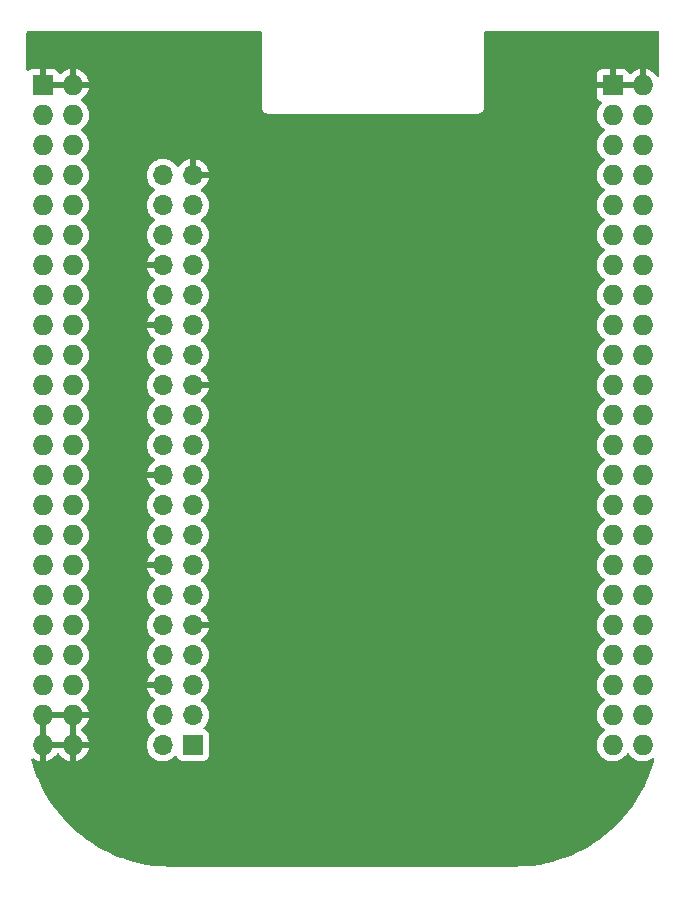
<source format=gbl>
%TF.GenerationSoftware,KiCad,Pcbnew,(6.0.4-0)*%
%TF.CreationDate,2022-03-20T16:54:32-07:00*%
%TF.ProjectId,Pi Adapter 3,50692041-6461-4707-9465-7220332e6b69,rev?*%
%TF.SameCoordinates,Original*%
%TF.FileFunction,Copper,L2,Bot*%
%TF.FilePolarity,Positive*%
%FSLAX46Y46*%
G04 Gerber Fmt 4.6, Leading zero omitted, Abs format (unit mm)*
G04 Created by KiCad (PCBNEW (6.0.4-0)) date 2022-03-20 16:54:32*
%MOMM*%
%LPD*%
G01*
G04 APERTURE LIST*
%TA.AperFunction,ComponentPad*%
%ADD10R,1.727200X1.727200*%
%TD*%
%TA.AperFunction,ComponentPad*%
%ADD11O,1.727200X1.727200*%
%TD*%
%TA.AperFunction,ComponentPad*%
%ADD12R,1.700000X1.700000*%
%TD*%
%TA.AperFunction,ComponentPad*%
%ADD13O,1.700000X1.700000*%
%TD*%
G04 APERTURE END LIST*
D10*
%TO.P,P8,1,Pin_1*%
%TO.N,GNDD*%
X164630100Y-62382400D03*
D11*
%TO.P,P8,2,Pin_2*%
X167170100Y-62382400D03*
%TO.P,P8,3,Pin_3*%
%TO.N,unconnected-(P8-Pad3)*%
X164630100Y-64922400D03*
%TO.P,P8,4,Pin_4*%
%TO.N,unconnected-(P8-Pad4)*%
X167170100Y-64922400D03*
%TO.P,P8,5,Pin_5*%
%TO.N,unconnected-(P8-Pad5)*%
X164630100Y-67462400D03*
%TO.P,P8,6,Pin_6*%
%TO.N,unconnected-(P8-Pad6)*%
X167170100Y-67462400D03*
%TO.P,P8,7,Pin_7*%
%TO.N,unconnected-(P8-Pad7)*%
X164630100Y-70002400D03*
%TO.P,P8,8,Pin_8*%
%TO.N,unconnected-(P8-Pad8)*%
X167170100Y-70002400D03*
%TO.P,P8,9,Pin_9*%
%TO.N,unconnected-(P8-Pad9)*%
X164630100Y-72542400D03*
%TO.P,P8,10,Pin_10*%
%TO.N,unconnected-(P8-Pad10)*%
X167170100Y-72542400D03*
%TO.P,P8,11,Pin_11*%
%TO.N,unconnected-(P8-Pad11)*%
X164630100Y-75082400D03*
%TO.P,P8,12,Pin_12*%
%TO.N,unconnected-(P8-Pad12)*%
X167170100Y-75082400D03*
%TO.P,P8,13,Pin_13*%
%TO.N,unconnected-(P8-Pad13)*%
X164630100Y-77622400D03*
%TO.P,P8,14,Pin_14*%
%TO.N,unconnected-(P8-Pad14)*%
X167170100Y-77622400D03*
%TO.P,P8,15,Pin_15*%
%TO.N,unconnected-(P8-Pad15)*%
X164630100Y-80162400D03*
%TO.P,P8,16,Pin_16*%
%TO.N,unconnected-(P8-Pad16)*%
X167170100Y-80162400D03*
%TO.P,P8,17,Pin_17*%
%TO.N,unconnected-(P8-Pad17)*%
X164630100Y-82702400D03*
%TO.P,P8,18,Pin_18*%
%TO.N,unconnected-(P8-Pad18)*%
X167170100Y-82702400D03*
%TO.P,P8,19,Pin_19*%
%TO.N,unconnected-(P8-Pad19)*%
X164630100Y-85242400D03*
%TO.P,P8,20,Pin_20*%
%TO.N,unconnected-(P8-Pad20)*%
X167170100Y-85242400D03*
%TO.P,P8,21,Pin_21*%
%TO.N,unconnected-(P8-Pad21)*%
X164630100Y-87782400D03*
%TO.P,P8,22,Pin_22*%
%TO.N,unconnected-(P8-Pad22)*%
X167170100Y-87782400D03*
%TO.P,P8,23,Pin_23*%
%TO.N,unconnected-(P8-Pad23)*%
X164630100Y-90322400D03*
%TO.P,P8,24,Pin_24*%
%TO.N,unconnected-(P8-Pad24)*%
X167170100Y-90322400D03*
%TO.P,P8,25,Pin_25*%
%TO.N,unconnected-(P8-Pad25)*%
X164630100Y-92862400D03*
%TO.P,P8,26,Pin_26*%
%TO.N,unconnected-(P8-Pad26)*%
X167170100Y-92862400D03*
%TO.P,P8,27,Pin_27*%
%TO.N,unconnected-(P8-Pad27)*%
X164630100Y-95402400D03*
%TO.P,P8,28,Pin_28*%
%TO.N,unconnected-(P8-Pad28)*%
X167170100Y-95402400D03*
%TO.P,P8,29,Pin_29*%
%TO.N,unconnected-(P8-Pad29)*%
X164630100Y-97942400D03*
%TO.P,P8,30,Pin_30*%
%TO.N,unconnected-(P8-Pad30)*%
X167170100Y-97942400D03*
%TO.P,P8,31,Pin_31*%
%TO.N,unconnected-(P8-Pad31)*%
X164630100Y-100482400D03*
%TO.P,P8,32,Pin_32*%
%TO.N,unconnected-(P8-Pad32)*%
X167170100Y-100482400D03*
%TO.P,P8,33,Pin_33*%
%TO.N,unconnected-(P8-Pad33)*%
X164630100Y-103022400D03*
%TO.P,P8,34,Pin_34*%
%TO.N,unconnected-(P8-Pad34)*%
X167170100Y-103022400D03*
%TO.P,P8,35,Pin_35*%
%TO.N,unconnected-(P8-Pad35)*%
X164630100Y-105562400D03*
%TO.P,P8,36,Pin_36*%
%TO.N,unconnected-(P8-Pad36)*%
X167170100Y-105562400D03*
%TO.P,P8,37,Pin_37*%
%TO.N,unconnected-(P8-Pad37)*%
X164630100Y-108102400D03*
%TO.P,P8,38,Pin_38*%
%TO.N,unconnected-(P8-Pad38)*%
X167170100Y-108102400D03*
%TO.P,P8,39,Pin_39*%
%TO.N,unconnected-(P8-Pad39)*%
X164630100Y-110642400D03*
%TO.P,P8,40,Pin_40*%
%TO.N,unconnected-(P8-Pad40)*%
X167170100Y-110642400D03*
%TO.P,P8,41,Pin_41*%
%TO.N,unconnected-(P8-Pad41)*%
X164630100Y-113182400D03*
%TO.P,P8,42,Pin_42*%
%TO.N,unconnected-(P8-Pad42)*%
X167170100Y-113182400D03*
%TO.P,P8,43,Pin_43*%
%TO.N,unconnected-(P8-Pad43)*%
X164630100Y-115722400D03*
%TO.P,P8,44,Pin_44*%
%TO.N,unconnected-(P8-Pad44)*%
X167170100Y-115722400D03*
%TO.P,P8,45,Pin_45*%
%TO.N,unconnected-(P8-Pad45)*%
X164630100Y-118262400D03*
%TO.P,P8,46,Pin_46*%
%TO.N,unconnected-(P8-Pad46)*%
X167170100Y-118262400D03*
%TD*%
D10*
%TO.P,P9,1,Pin_1*%
%TO.N,GNDD*%
X116370100Y-62382400D03*
D11*
%TO.P,P9,2,Pin_2*%
X118910100Y-62382400D03*
%TO.P,P9,3,Pin_3*%
%TO.N,+3V3*%
X116370100Y-64922400D03*
%TO.P,P9,4,Pin_4*%
X118910100Y-64922400D03*
%TO.P,P9,5,Pin_5*%
%TO.N,+5V*%
X116370100Y-67462400D03*
%TO.P,P9,6,Pin_6*%
X118910100Y-67462400D03*
%TO.P,P9,7,Pin_7*%
%TO.N,SYS_5V*%
X116370100Y-70002400D03*
%TO.P,P9,8,Pin_8*%
X118910100Y-70002400D03*
%TO.P,P9,9,Pin_9*%
%TO.N,PWR_BUT*%
X116370100Y-72542400D03*
%TO.P,P9,10,Pin_10*%
%TO.N,SYS_RESETN*%
X118910100Y-72542400D03*
%TO.P,P9,11,Pin_11*%
%TO.N,unconnected-(P9-Pad11)*%
X116370100Y-75082400D03*
%TO.P,P9,12,Pin_12*%
%TO.N,unconnected-(P9-Pad12)*%
X118910100Y-75082400D03*
%TO.P,P9,13,Pin_13*%
%TO.N,unconnected-(P9-Pad13)*%
X116370100Y-77622400D03*
%TO.P,P9,14,Pin_14*%
%TO.N,unconnected-(P9-Pad14)*%
X118910100Y-77622400D03*
%TO.P,P9,15,Pin_15*%
%TO.N,unconnected-(P9-Pad15)*%
X116370100Y-80162400D03*
%TO.P,P9,16,Pin_16*%
%TO.N,unconnected-(P9-Pad16)*%
X118910100Y-80162400D03*
%TO.P,P9,17,Pin_17*%
%TO.N,unconnected-(P9-Pad17)*%
X116370100Y-82702400D03*
%TO.P,P9,18,Pin_18*%
%TO.N,unconnected-(P9-Pad18)*%
X118910100Y-82702400D03*
%TO.P,P9,19,Pin_19*%
%TO.N,unconnected-(P9-Pad19)*%
X116370100Y-85242400D03*
%TO.P,P9,20,Pin_20*%
%TO.N,unconnected-(P9-Pad20)*%
X118910100Y-85242400D03*
%TO.P,P9,21,Pin_21*%
%TO.N,unconnected-(P9-Pad21)*%
X116370100Y-87782400D03*
%TO.P,P9,22,Pin_22*%
%TO.N,unconnected-(P9-Pad22)*%
X118910100Y-87782400D03*
%TO.P,P9,23,Pin_23*%
%TO.N,unconnected-(P9-Pad23)*%
X116370100Y-90322400D03*
%TO.P,P9,24,Pin_24*%
%TO.N,/BB_UART1_TX*%
X118910100Y-90322400D03*
%TO.P,P9,25,Pin_25*%
%TO.N,unconnected-(P9-Pad25)*%
X116370100Y-92862400D03*
%TO.P,P9,26,Pin_26*%
%TO.N,/BB_UART1_RX*%
X118910100Y-92862400D03*
%TO.P,P9,27,Pin_27*%
%TO.N,unconnected-(P9-Pad27)*%
X116370100Y-95402400D03*
%TO.P,P9,28,Pin_28*%
%TO.N,unconnected-(P9-Pad28)*%
X118910100Y-95402400D03*
%TO.P,P9,29,Pin_29*%
%TO.N,unconnected-(P9-Pad29)*%
X116370100Y-97942400D03*
%TO.P,P9,30,Pin_30*%
%TO.N,unconnected-(P9-Pad30)*%
X118910100Y-97942400D03*
%TO.P,P9,31,Pin_31*%
%TO.N,unconnected-(P9-Pad31)*%
X116370100Y-100482400D03*
%TO.P,P9,32,Pin_32*%
%TO.N,VDD_ADC*%
X118910100Y-100482400D03*
%TO.P,P9,33,Pin_33*%
%TO.N,unconnected-(P9-Pad33)*%
X116370100Y-103022400D03*
%TO.P,P9,34,Pin_34*%
%TO.N,GNDA_ADC*%
X118910100Y-103022400D03*
%TO.P,P9,35,Pin_35*%
%TO.N,unconnected-(P9-Pad35)*%
X116370100Y-105562400D03*
%TO.P,P9,36,Pin_36*%
%TO.N,unconnected-(P9-Pad36)*%
X118910100Y-105562400D03*
%TO.P,P9,37,Pin_37*%
%TO.N,unconnected-(P9-Pad37)*%
X116370100Y-108102400D03*
%TO.P,P9,38,Pin_38*%
%TO.N,unconnected-(P9-Pad38)*%
X118910100Y-108102400D03*
%TO.P,P9,39,Pin_39*%
%TO.N,unconnected-(P9-Pad39)*%
X116370100Y-110642400D03*
%TO.P,P9,40,Pin_40*%
%TO.N,unconnected-(P9-Pad40)*%
X118910100Y-110642400D03*
%TO.P,P9,41,Pin_41*%
%TO.N,unconnected-(P9-Pad41)*%
X116370100Y-113182400D03*
%TO.P,P9,42,Pin_42*%
%TO.N,unconnected-(P9-Pad42)*%
X118910100Y-113182400D03*
%TO.P,P9,43,Pin_43*%
%TO.N,GNDD*%
X116370100Y-115722400D03*
%TO.P,P9,44,Pin_44*%
X118910100Y-115722400D03*
%TO.P,P9,45,Pin_45*%
X116370100Y-118262400D03*
%TO.P,P9,46,Pin_46*%
X118910100Y-118262400D03*
%TD*%
D12*
%TO.P,J1,1,3V3*%
%TO.N,+3V3*%
X129070100Y-118262400D03*
D13*
%TO.P,J1,2,5V*%
%TO.N,+5V*%
X126530100Y-118262400D03*
%TO.P,J1,3,SDA/GPIO2*%
%TO.N,unconnected-(J1-Pad3)*%
X129070100Y-115722400D03*
%TO.P,J1,4,5V*%
%TO.N,+5V*%
X126530100Y-115722400D03*
%TO.P,J1,5,SCL/GPIO3*%
%TO.N,unconnected-(J1-Pad5)*%
X129070100Y-113182400D03*
%TO.P,J1,6,GND*%
%TO.N,GNDD*%
X126530100Y-113182400D03*
%TO.P,J1,7,GCLK0/GPIO4*%
%TO.N,unconnected-(J1-Pad7)*%
X129070100Y-110642400D03*
%TO.P,J1,8,GPIO14/TXD*%
%TO.N,/BB_UART1_TX*%
X126530100Y-110642400D03*
%TO.P,J1,9,GND*%
%TO.N,GNDD*%
X129070100Y-108102400D03*
%TO.P,J1,10,GPIO15/RXD*%
%TO.N,/BB_UART1_RX*%
X126530100Y-108102400D03*
%TO.P,J1,11,GPIO17*%
%TO.N,unconnected-(J1-Pad11)*%
X129070100Y-105562400D03*
%TO.P,J1,12,GPIO18/PWM0*%
%TO.N,unconnected-(J1-Pad12)*%
X126530100Y-105562400D03*
%TO.P,J1,13,GPIO27*%
%TO.N,unconnected-(J1-Pad13)*%
X129070100Y-103022400D03*
%TO.P,J1,14,GND*%
%TO.N,GNDD*%
X126530100Y-103022400D03*
%TO.P,J1,15,GPIO22*%
%TO.N,unconnected-(J1-Pad15)*%
X129070100Y-100482400D03*
%TO.P,J1,16,GPIO23*%
%TO.N,unconnected-(J1-Pad16)*%
X126530100Y-100482400D03*
%TO.P,J1,17,3V3*%
%TO.N,+3V3*%
X129070100Y-97942400D03*
%TO.P,J1,18,GPIO24*%
%TO.N,unconnected-(J1-Pad18)*%
X126530100Y-97942400D03*
%TO.P,J1,19,MOSI0/GPIO10*%
%TO.N,unconnected-(J1-Pad19)*%
X129070100Y-95402400D03*
%TO.P,J1,20,GND*%
%TO.N,GNDD*%
X126530100Y-95402400D03*
%TO.P,J1,21,MISO0/GPIO9*%
%TO.N,unconnected-(J1-Pad21)*%
X129070100Y-92862400D03*
%TO.P,J1,22,GPIO25*%
%TO.N,unconnected-(J1-Pad22)*%
X126530100Y-92862400D03*
%TO.P,J1,23,SCLK0/GPIO11*%
%TO.N,unconnected-(J1-Pad23)*%
X129070100Y-90322400D03*
%TO.P,J1,24,~{CE0}/GPIO8*%
%TO.N,unconnected-(J1-Pad24)*%
X126530100Y-90322400D03*
%TO.P,J1,25,GND*%
%TO.N,GNDD*%
X129070100Y-87782400D03*
%TO.P,J1,26,~{CE1}/GPIO7*%
%TO.N,unconnected-(J1-Pad26)*%
X126530100Y-87782400D03*
%TO.P,J1,27,ID_SD/GPIO0*%
%TO.N,unconnected-(J1-Pad27)*%
X129070100Y-85242400D03*
%TO.P,J1,28,ID_SC/GPIO1*%
%TO.N,unconnected-(J1-Pad28)*%
X126530100Y-85242400D03*
%TO.P,J1,29,GCLK1/GPIO5*%
%TO.N,unconnected-(J1-Pad29)*%
X129070100Y-82702400D03*
%TO.P,J1,30,GND*%
%TO.N,GNDD*%
X126530100Y-82702400D03*
%TO.P,J1,31,GCLK2/GPIO6*%
%TO.N,unconnected-(J1-Pad31)*%
X129070100Y-80162400D03*
%TO.P,J1,32,PWM0/GPIO12*%
%TO.N,unconnected-(J1-Pad32)*%
X126530100Y-80162400D03*
%TO.P,J1,33,PWM1/GPIO13*%
%TO.N,unconnected-(J1-Pad33)*%
X129070100Y-77622400D03*
%TO.P,J1,34,GND*%
%TO.N,GNDD*%
X126530100Y-77622400D03*
%TO.P,J1,35,GPIO19/MISO1*%
%TO.N,unconnected-(J1-Pad35)*%
X129070100Y-75082400D03*
%TO.P,J1,36,GPIO16*%
%TO.N,unconnected-(J1-Pad36)*%
X126530100Y-75082400D03*
%TO.P,J1,37,GPIO26*%
%TO.N,unconnected-(J1-Pad37)*%
X129070100Y-72542400D03*
%TO.P,J1,38,GPIO20/MOSI1*%
%TO.N,unconnected-(J1-Pad38)*%
X126530100Y-72542400D03*
%TO.P,J1,39,GND*%
%TO.N,GNDD*%
X129070100Y-70002400D03*
%TO.P,J1,40,GPIO21/SCLK1*%
%TO.N,unconnected-(J1-Pad40)*%
X126530100Y-70002400D03*
%TD*%
%TA.AperFunction,Conductor*%
%TO.N,GNDD*%
G36*
X134853721Y-57830902D02*
G01*
X134900214Y-57884558D01*
X134911600Y-57936900D01*
X134911600Y-64278777D01*
X134911598Y-64279547D01*
X134911124Y-64357121D01*
X134913591Y-64365752D01*
X134919250Y-64385553D01*
X134922828Y-64402315D01*
X134927020Y-64431587D01*
X134930734Y-64439755D01*
X134930734Y-64439756D01*
X134937648Y-64454962D01*
X134944096Y-64472486D01*
X134951151Y-64497171D01*
X134955943Y-64504765D01*
X134955944Y-64504768D01*
X134966930Y-64522180D01*
X134975069Y-64537263D01*
X134987308Y-64564182D01*
X134993169Y-64570984D01*
X135004070Y-64583635D01*
X135015173Y-64598639D01*
X135028876Y-64620358D01*
X135035601Y-64626297D01*
X135035604Y-64626301D01*
X135051038Y-64639932D01*
X135063082Y-64652124D01*
X135076527Y-64667727D01*
X135076530Y-64667729D01*
X135082387Y-64674527D01*
X135089916Y-64679407D01*
X135089917Y-64679408D01*
X135103935Y-64688494D01*
X135118809Y-64699785D01*
X135131317Y-64710831D01*
X135138051Y-64716778D01*
X135164811Y-64729342D01*
X135179791Y-64737663D01*
X135197083Y-64748871D01*
X135197088Y-64748873D01*
X135204615Y-64753752D01*
X135213208Y-64756322D01*
X135213213Y-64756324D01*
X135229220Y-64761111D01*
X135246664Y-64767772D01*
X135261776Y-64774867D01*
X135261778Y-64774868D01*
X135269900Y-64778681D01*
X135278767Y-64780062D01*
X135278768Y-64780062D01*
X135281453Y-64780480D01*
X135299117Y-64783230D01*
X135315832Y-64787013D01*
X135335566Y-64792915D01*
X135335572Y-64792916D01*
X135344166Y-64795486D01*
X135353137Y-64795541D01*
X135353138Y-64795541D01*
X135363197Y-64795602D01*
X135378606Y-64795696D01*
X135379389Y-64795729D01*
X135380486Y-64795900D01*
X135411477Y-64795900D01*
X135412247Y-64795902D01*
X135485885Y-64796352D01*
X135485886Y-64796352D01*
X135489821Y-64796376D01*
X135491165Y-64795992D01*
X135492510Y-64795900D01*
X153191477Y-64795900D01*
X153192248Y-64795902D01*
X153269821Y-64796376D01*
X153298252Y-64788250D01*
X153315015Y-64784672D01*
X153315853Y-64784552D01*
X153344287Y-64780480D01*
X153367664Y-64769851D01*
X153385187Y-64763404D01*
X153409871Y-64756349D01*
X153417465Y-64751557D01*
X153417468Y-64751556D01*
X153434880Y-64740570D01*
X153449965Y-64732430D01*
X153476882Y-64720192D01*
X153496335Y-64703430D01*
X153511339Y-64692327D01*
X153533058Y-64678624D01*
X153538997Y-64671899D01*
X153539001Y-64671896D01*
X153552632Y-64656462D01*
X153564824Y-64644418D01*
X153580427Y-64630973D01*
X153580429Y-64630970D01*
X153587227Y-64625113D01*
X153601194Y-64603565D01*
X153612485Y-64588691D01*
X153623531Y-64576183D01*
X153623532Y-64576182D01*
X153629478Y-64569449D01*
X153642043Y-64542687D01*
X153650363Y-64527709D01*
X153661571Y-64510417D01*
X153661573Y-64510412D01*
X153666452Y-64502885D01*
X153669022Y-64494292D01*
X153669024Y-64494287D01*
X153673811Y-64478280D01*
X153680472Y-64460836D01*
X153687567Y-64445724D01*
X153687568Y-64445722D01*
X153691381Y-64437600D01*
X153695930Y-64408383D01*
X153699713Y-64391668D01*
X153705615Y-64371934D01*
X153705616Y-64371928D01*
X153708186Y-64363334D01*
X153708396Y-64328894D01*
X153708429Y-64328111D01*
X153708600Y-64327014D01*
X153708600Y-64296023D01*
X153708602Y-64295253D01*
X153709052Y-64221615D01*
X153709052Y-64221614D01*
X153709076Y-64217679D01*
X153708692Y-64216335D01*
X153708600Y-64214990D01*
X153708600Y-62110285D01*
X163258500Y-62110285D01*
X163262975Y-62125524D01*
X163264365Y-62126729D01*
X163272048Y-62128400D01*
X164357985Y-62128400D01*
X164373224Y-62123925D01*
X164374429Y-62122535D01*
X164376100Y-62114852D01*
X164376100Y-62110285D01*
X164884100Y-62110285D01*
X164888575Y-62125524D01*
X164889965Y-62126729D01*
X164897648Y-62128400D01*
X166897985Y-62128400D01*
X166913224Y-62123925D01*
X166914429Y-62122535D01*
X166916100Y-62114852D01*
X166916100Y-61051743D01*
X166912182Y-61038399D01*
X166897906Y-61036412D01*
X166856261Y-61042785D01*
X166846225Y-61045176D01*
X166641676Y-61112033D01*
X166632179Y-61116025D01*
X166441289Y-61215395D01*
X166432564Y-61220890D01*
X166260473Y-61350100D01*
X166252765Y-61356943D01*
X166192322Y-61420193D01*
X166130798Y-61455622D01*
X166059885Y-61452165D01*
X166002099Y-61410918D01*
X165983247Y-61377370D01*
X165947025Y-61280748D01*
X165938486Y-61265151D01*
X165861985Y-61163076D01*
X165849424Y-61150515D01*
X165747349Y-61074014D01*
X165731754Y-61065476D01*
X165611306Y-61020322D01*
X165596051Y-61016695D01*
X165545186Y-61011169D01*
X165538372Y-61010800D01*
X164902215Y-61010800D01*
X164886976Y-61015275D01*
X164885771Y-61016665D01*
X164884100Y-61024348D01*
X164884100Y-62110285D01*
X164376100Y-62110285D01*
X164376100Y-61028916D01*
X164371625Y-61013677D01*
X164370235Y-61012472D01*
X164362552Y-61010801D01*
X163721831Y-61010801D01*
X163715010Y-61011171D01*
X163664148Y-61016695D01*
X163648896Y-61020321D01*
X163528446Y-61065476D01*
X163512851Y-61074014D01*
X163410776Y-61150515D01*
X163398215Y-61163076D01*
X163321714Y-61265151D01*
X163313176Y-61280746D01*
X163268022Y-61401194D01*
X163264395Y-61416449D01*
X163258869Y-61467314D01*
X163258500Y-61474128D01*
X163258500Y-62110285D01*
X153708600Y-62110285D01*
X153708600Y-57936900D01*
X153728602Y-57868779D01*
X153782258Y-57822286D01*
X153834600Y-57810900D01*
X168440600Y-57810900D01*
X168508721Y-57830902D01*
X168555214Y-57884558D01*
X168566600Y-57936900D01*
X168566600Y-61589034D01*
X168546598Y-61657155D01*
X168492942Y-61703648D01*
X168422668Y-61713752D01*
X168358088Y-61684258D01*
X168334808Y-61657474D01*
X168263340Y-61547001D01*
X168257047Y-61538830D01*
X168112213Y-61379660D01*
X168104680Y-61372634D01*
X167935791Y-61239255D01*
X167927204Y-61233550D01*
X167738811Y-61129551D01*
X167729399Y-61125321D01*
X167526545Y-61053486D01*
X167516574Y-61050852D01*
X167441937Y-61037557D01*
X167428640Y-61039017D01*
X167424100Y-61053574D01*
X167424100Y-62510400D01*
X167404098Y-62578521D01*
X167350442Y-62625014D01*
X167298100Y-62636400D01*
X163276616Y-62636400D01*
X163261377Y-62640875D01*
X163260172Y-62642265D01*
X163258501Y-62649948D01*
X163258501Y-63290669D01*
X163258871Y-63297490D01*
X163264395Y-63348352D01*
X163268021Y-63363604D01*
X163313176Y-63484054D01*
X163321714Y-63499649D01*
X163398215Y-63601724D01*
X163410776Y-63614285D01*
X163512851Y-63690786D01*
X163528448Y-63699325D01*
X163623921Y-63735116D01*
X163680686Y-63777757D01*
X163705386Y-63844319D01*
X163690179Y-63913668D01*
X163670786Y-63940149D01*
X163560124Y-64055950D01*
X163432978Y-64242340D01*
X163430804Y-64247024D01*
X163430802Y-64247027D01*
X163349257Y-64422702D01*
X163337981Y-64446993D01*
X163277685Y-64664413D01*
X163253709Y-64888762D01*
X163254006Y-64893914D01*
X163254006Y-64893918D01*
X163259718Y-64992978D01*
X163266697Y-65114014D01*
X163267834Y-65119060D01*
X163267835Y-65119066D01*
X163289084Y-65213352D01*
X163316300Y-65334120D01*
X163318242Y-65338902D01*
X163318243Y-65338906D01*
X163354922Y-65429235D01*
X163401186Y-65543169D01*
X163437141Y-65601843D01*
X163516379Y-65731147D01*
X163519075Y-65735547D01*
X163666802Y-65906087D01*
X163840399Y-66050210D01*
X163844851Y-66052812D01*
X163844856Y-66052815D01*
X163894169Y-66081631D01*
X163942892Y-66133270D01*
X163955963Y-66203053D01*
X163929231Y-66268825D01*
X163898695Y-66296183D01*
X163896435Y-66297360D01*
X163716005Y-66432830D01*
X163560124Y-66595950D01*
X163432978Y-66782340D01*
X163430804Y-66787024D01*
X163430802Y-66787027D01*
X163359502Y-66940631D01*
X163337981Y-66986993D01*
X163277685Y-67204413D01*
X163253709Y-67428762D01*
X163254006Y-67433914D01*
X163254006Y-67433918D01*
X163259718Y-67532978D01*
X163266697Y-67654014D01*
X163267834Y-67659060D01*
X163267835Y-67659066D01*
X163289084Y-67753352D01*
X163316300Y-67874120D01*
X163318242Y-67878902D01*
X163318243Y-67878906D01*
X163354922Y-67969235D01*
X163401186Y-68083169D01*
X163437141Y-68141843D01*
X163516379Y-68271147D01*
X163519075Y-68275547D01*
X163666802Y-68446087D01*
X163840399Y-68590210D01*
X163844851Y-68592812D01*
X163844856Y-68592815D01*
X163894169Y-68621631D01*
X163942892Y-68673270D01*
X163955963Y-68743053D01*
X163929231Y-68808825D01*
X163898695Y-68836183D01*
X163896435Y-68837360D01*
X163716005Y-68972830D01*
X163560124Y-69135950D01*
X163432978Y-69322340D01*
X163430804Y-69327024D01*
X163430802Y-69327027D01*
X163359502Y-69480631D01*
X163337981Y-69526993D01*
X163277685Y-69744413D01*
X163253709Y-69968762D01*
X163254006Y-69973914D01*
X163254006Y-69973918D01*
X163259718Y-70072978D01*
X163266697Y-70194014D01*
X163267834Y-70199060D01*
X163267835Y-70199066D01*
X163288434Y-70290469D01*
X163316300Y-70414120D01*
X163318242Y-70418902D01*
X163318243Y-70418906D01*
X163399242Y-70618382D01*
X163401186Y-70623169D01*
X163437141Y-70681843D01*
X163516379Y-70811147D01*
X163519075Y-70815547D01*
X163666802Y-70986087D01*
X163840399Y-71130210D01*
X163844851Y-71132812D01*
X163844856Y-71132815D01*
X163894169Y-71161631D01*
X163942892Y-71213270D01*
X163955963Y-71283053D01*
X163929231Y-71348825D01*
X163898695Y-71376183D01*
X163896435Y-71377360D01*
X163716005Y-71512830D01*
X163560124Y-71675950D01*
X163432978Y-71862340D01*
X163430804Y-71867024D01*
X163430802Y-71867027D01*
X163359502Y-72020631D01*
X163337981Y-72066993D01*
X163277685Y-72284413D01*
X163253709Y-72508762D01*
X163254006Y-72513914D01*
X163254006Y-72513918D01*
X163259679Y-72612308D01*
X163266697Y-72734014D01*
X163267834Y-72739060D01*
X163267835Y-72739066D01*
X163288434Y-72830469D01*
X163316300Y-72954120D01*
X163318242Y-72958902D01*
X163318243Y-72958906D01*
X163399242Y-73158382D01*
X163401186Y-73163169D01*
X163437141Y-73221843D01*
X163516379Y-73351147D01*
X163519075Y-73355547D01*
X163666802Y-73526087D01*
X163840399Y-73670210D01*
X163844851Y-73672812D01*
X163844856Y-73672815D01*
X163894169Y-73701631D01*
X163942892Y-73753270D01*
X163955963Y-73823053D01*
X163929231Y-73888825D01*
X163898695Y-73916183D01*
X163896435Y-73917360D01*
X163716005Y-74052830D01*
X163560124Y-74215950D01*
X163432978Y-74402340D01*
X163430804Y-74407024D01*
X163430802Y-74407027D01*
X163359502Y-74560631D01*
X163337981Y-74606993D01*
X163277685Y-74824413D01*
X163253709Y-75048762D01*
X163254006Y-75053914D01*
X163254006Y-75053918D01*
X163259679Y-75152308D01*
X163266697Y-75274014D01*
X163267834Y-75279060D01*
X163267835Y-75279066D01*
X163288434Y-75370469D01*
X163316300Y-75494120D01*
X163318242Y-75498902D01*
X163318243Y-75498906D01*
X163399242Y-75698382D01*
X163401186Y-75703169D01*
X163437141Y-75761843D01*
X163516379Y-75891147D01*
X163519075Y-75895547D01*
X163666802Y-76066087D01*
X163840399Y-76210210D01*
X163844851Y-76212812D01*
X163844856Y-76212815D01*
X163894169Y-76241631D01*
X163942892Y-76293270D01*
X163955963Y-76363053D01*
X163929231Y-76428825D01*
X163898695Y-76456183D01*
X163896435Y-76457360D01*
X163716005Y-76592830D01*
X163560124Y-76755950D01*
X163432978Y-76942340D01*
X163430804Y-76947024D01*
X163430802Y-76947027D01*
X163359502Y-77100631D01*
X163337981Y-77146993D01*
X163277685Y-77364413D01*
X163253709Y-77588762D01*
X163254006Y-77593914D01*
X163254006Y-77593918D01*
X163259679Y-77692308D01*
X163266697Y-77814014D01*
X163267834Y-77819060D01*
X163267835Y-77819066D01*
X163288434Y-77910469D01*
X163316300Y-78034120D01*
X163318242Y-78038902D01*
X163318243Y-78038906D01*
X163399242Y-78238382D01*
X163401186Y-78243169D01*
X163437141Y-78301843D01*
X163516379Y-78431147D01*
X163519075Y-78435547D01*
X163666802Y-78606087D01*
X163840399Y-78750210D01*
X163844851Y-78752812D01*
X163844856Y-78752815D01*
X163894169Y-78781631D01*
X163942892Y-78833270D01*
X163955963Y-78903053D01*
X163929231Y-78968825D01*
X163898695Y-78996183D01*
X163896435Y-78997360D01*
X163716005Y-79132830D01*
X163560124Y-79295950D01*
X163432978Y-79482340D01*
X163430804Y-79487024D01*
X163430802Y-79487027D01*
X163359502Y-79640631D01*
X163337981Y-79686993D01*
X163277685Y-79904413D01*
X163253709Y-80128762D01*
X163254006Y-80133914D01*
X163254006Y-80133918D01*
X163259679Y-80232308D01*
X163266697Y-80354014D01*
X163267834Y-80359060D01*
X163267835Y-80359066D01*
X163288434Y-80450469D01*
X163316300Y-80574120D01*
X163318242Y-80578902D01*
X163318243Y-80578906D01*
X163399242Y-80778382D01*
X163401186Y-80783169D01*
X163437141Y-80841843D01*
X163516379Y-80971147D01*
X163519075Y-80975547D01*
X163666802Y-81146087D01*
X163840399Y-81290210D01*
X163844851Y-81292812D01*
X163844856Y-81292815D01*
X163894169Y-81321631D01*
X163942892Y-81373270D01*
X163955963Y-81443053D01*
X163929231Y-81508825D01*
X163898695Y-81536183D01*
X163896435Y-81537360D01*
X163716005Y-81672830D01*
X163560124Y-81835950D01*
X163432978Y-82022340D01*
X163430804Y-82027024D01*
X163430802Y-82027027D01*
X163359502Y-82180631D01*
X163337981Y-82226993D01*
X163277685Y-82444413D01*
X163253709Y-82668762D01*
X163254006Y-82673914D01*
X163254006Y-82673918D01*
X163259679Y-82772308D01*
X163266697Y-82894014D01*
X163267834Y-82899060D01*
X163267835Y-82899066D01*
X163288434Y-82990469D01*
X163316300Y-83114120D01*
X163318242Y-83118902D01*
X163318243Y-83118906D01*
X163399242Y-83318382D01*
X163401186Y-83323169D01*
X163437141Y-83381843D01*
X163516379Y-83511147D01*
X163519075Y-83515547D01*
X163666802Y-83686087D01*
X163840399Y-83830210D01*
X163844851Y-83832812D01*
X163844856Y-83832815D01*
X163894169Y-83861631D01*
X163942892Y-83913270D01*
X163955963Y-83983053D01*
X163929231Y-84048825D01*
X163898695Y-84076183D01*
X163896435Y-84077360D01*
X163716005Y-84212830D01*
X163560124Y-84375950D01*
X163432978Y-84562340D01*
X163430804Y-84567024D01*
X163430802Y-84567027D01*
X163359502Y-84720631D01*
X163337981Y-84766993D01*
X163277685Y-84984413D01*
X163253709Y-85208762D01*
X163254006Y-85213914D01*
X163254006Y-85213918D01*
X163259679Y-85312308D01*
X163266697Y-85434014D01*
X163267834Y-85439060D01*
X163267835Y-85439066D01*
X163288434Y-85530469D01*
X163316300Y-85654120D01*
X163318242Y-85658902D01*
X163318243Y-85658906D01*
X163399242Y-85858382D01*
X163401186Y-85863169D01*
X163437141Y-85921843D01*
X163516379Y-86051147D01*
X163519075Y-86055547D01*
X163666802Y-86226087D01*
X163840399Y-86370210D01*
X163844851Y-86372812D01*
X163844856Y-86372815D01*
X163894169Y-86401631D01*
X163942892Y-86453270D01*
X163955963Y-86523053D01*
X163929231Y-86588825D01*
X163898695Y-86616183D01*
X163896435Y-86617360D01*
X163716005Y-86752830D01*
X163560124Y-86915950D01*
X163432978Y-87102340D01*
X163430804Y-87107024D01*
X163430802Y-87107027D01*
X163359502Y-87260631D01*
X163337981Y-87306993D01*
X163277685Y-87524413D01*
X163253709Y-87748762D01*
X163254006Y-87753914D01*
X163254006Y-87753918D01*
X163259718Y-87852978D01*
X163266697Y-87974014D01*
X163267834Y-87979060D01*
X163267835Y-87979066D01*
X163288434Y-88070469D01*
X163316300Y-88194120D01*
X163318242Y-88198902D01*
X163318243Y-88198906D01*
X163399242Y-88398382D01*
X163401186Y-88403169D01*
X163437141Y-88461843D01*
X163516379Y-88591147D01*
X163519075Y-88595547D01*
X163666802Y-88766087D01*
X163840399Y-88910210D01*
X163844851Y-88912812D01*
X163844856Y-88912815D01*
X163894169Y-88941631D01*
X163942892Y-88993270D01*
X163955963Y-89063053D01*
X163929231Y-89128825D01*
X163898695Y-89156183D01*
X163896435Y-89157360D01*
X163716005Y-89292830D01*
X163560124Y-89455950D01*
X163432978Y-89642340D01*
X163430804Y-89647024D01*
X163430802Y-89647027D01*
X163359502Y-89800631D01*
X163337981Y-89846993D01*
X163277685Y-90064413D01*
X163253709Y-90288762D01*
X163254006Y-90293914D01*
X163254006Y-90293918D01*
X163259679Y-90392308D01*
X163266697Y-90514014D01*
X163267834Y-90519060D01*
X163267835Y-90519066D01*
X163288434Y-90610469D01*
X163316300Y-90734120D01*
X163318242Y-90738902D01*
X163318243Y-90738906D01*
X163399242Y-90938382D01*
X163401186Y-90943169D01*
X163437141Y-91001843D01*
X163516379Y-91131147D01*
X163519075Y-91135547D01*
X163666802Y-91306087D01*
X163840399Y-91450210D01*
X163844851Y-91452812D01*
X163844856Y-91452815D01*
X163894169Y-91481631D01*
X163942892Y-91533270D01*
X163955963Y-91603053D01*
X163929231Y-91668825D01*
X163898695Y-91696183D01*
X163896435Y-91697360D01*
X163716005Y-91832830D01*
X163560124Y-91995950D01*
X163432978Y-92182340D01*
X163430804Y-92187024D01*
X163430802Y-92187027D01*
X163359502Y-92340631D01*
X163337981Y-92386993D01*
X163277685Y-92604413D01*
X163253709Y-92828762D01*
X163254006Y-92833914D01*
X163254006Y-92833918D01*
X163259679Y-92932308D01*
X163266697Y-93054014D01*
X163267834Y-93059060D01*
X163267835Y-93059066D01*
X163288434Y-93150469D01*
X163316300Y-93274120D01*
X163318242Y-93278902D01*
X163318243Y-93278906D01*
X163399242Y-93478382D01*
X163401186Y-93483169D01*
X163437141Y-93541843D01*
X163516379Y-93671147D01*
X163519075Y-93675547D01*
X163666802Y-93846087D01*
X163840399Y-93990210D01*
X163844851Y-93992812D01*
X163844856Y-93992815D01*
X163894169Y-94021631D01*
X163942892Y-94073270D01*
X163955963Y-94143053D01*
X163929231Y-94208825D01*
X163898695Y-94236183D01*
X163896435Y-94237360D01*
X163716005Y-94372830D01*
X163560124Y-94535950D01*
X163432978Y-94722340D01*
X163430804Y-94727024D01*
X163430802Y-94727027D01*
X163359502Y-94880631D01*
X163337981Y-94926993D01*
X163277685Y-95144413D01*
X163253709Y-95368762D01*
X163254006Y-95373914D01*
X163254006Y-95373918D01*
X163259679Y-95472308D01*
X163266697Y-95594014D01*
X163267834Y-95599060D01*
X163267835Y-95599066D01*
X163288434Y-95690469D01*
X163316300Y-95814120D01*
X163318242Y-95818902D01*
X163318243Y-95818906D01*
X163399242Y-96018382D01*
X163401186Y-96023169D01*
X163437141Y-96081843D01*
X163516379Y-96211147D01*
X163519075Y-96215547D01*
X163666802Y-96386087D01*
X163840399Y-96530210D01*
X163844851Y-96532812D01*
X163844856Y-96532815D01*
X163894169Y-96561631D01*
X163942892Y-96613270D01*
X163955963Y-96683053D01*
X163929231Y-96748825D01*
X163898695Y-96776183D01*
X163896435Y-96777360D01*
X163716005Y-96912830D01*
X163560124Y-97075950D01*
X163432978Y-97262340D01*
X163430804Y-97267024D01*
X163430802Y-97267027D01*
X163359502Y-97420631D01*
X163337981Y-97466993D01*
X163277685Y-97684413D01*
X163253709Y-97908762D01*
X163254006Y-97913914D01*
X163254006Y-97913918D01*
X163259679Y-98012308D01*
X163266697Y-98134014D01*
X163267834Y-98139060D01*
X163267835Y-98139066D01*
X163288434Y-98230469D01*
X163316300Y-98354120D01*
X163318242Y-98358902D01*
X163318243Y-98358906D01*
X163399242Y-98558382D01*
X163401186Y-98563169D01*
X163437141Y-98621843D01*
X163516379Y-98751147D01*
X163519075Y-98755547D01*
X163666802Y-98926087D01*
X163840399Y-99070210D01*
X163844851Y-99072812D01*
X163844856Y-99072815D01*
X163894169Y-99101631D01*
X163942892Y-99153270D01*
X163955963Y-99223053D01*
X163929231Y-99288825D01*
X163898695Y-99316183D01*
X163896435Y-99317360D01*
X163716005Y-99452830D01*
X163560124Y-99615950D01*
X163432978Y-99802340D01*
X163430804Y-99807024D01*
X163430802Y-99807027D01*
X163359502Y-99960631D01*
X163337981Y-100006993D01*
X163277685Y-100224413D01*
X163253709Y-100448762D01*
X163254006Y-100453914D01*
X163254006Y-100453918D01*
X163259679Y-100552308D01*
X163266697Y-100674014D01*
X163267834Y-100679060D01*
X163267835Y-100679066D01*
X163288434Y-100770469D01*
X163316300Y-100894120D01*
X163318242Y-100898902D01*
X163318243Y-100898906D01*
X163399242Y-101098382D01*
X163401186Y-101103169D01*
X163437141Y-101161843D01*
X163516379Y-101291147D01*
X163519075Y-101295547D01*
X163666802Y-101466087D01*
X163840399Y-101610210D01*
X163844851Y-101612812D01*
X163844856Y-101612815D01*
X163894169Y-101641631D01*
X163942892Y-101693270D01*
X163955963Y-101763053D01*
X163929231Y-101828825D01*
X163898695Y-101856183D01*
X163896435Y-101857360D01*
X163716005Y-101992830D01*
X163560124Y-102155950D01*
X163432978Y-102342340D01*
X163430804Y-102347024D01*
X163430802Y-102347027D01*
X163359502Y-102500631D01*
X163337981Y-102546993D01*
X163277685Y-102764413D01*
X163253709Y-102988762D01*
X163254006Y-102993914D01*
X163254006Y-102993918D01*
X163259679Y-103092308D01*
X163266697Y-103214014D01*
X163267834Y-103219060D01*
X163267835Y-103219066D01*
X163288434Y-103310469D01*
X163316300Y-103434120D01*
X163318242Y-103438902D01*
X163318243Y-103438906D01*
X163399242Y-103638382D01*
X163401186Y-103643169D01*
X163437141Y-103701843D01*
X163516379Y-103831147D01*
X163519075Y-103835547D01*
X163666802Y-104006087D01*
X163840399Y-104150210D01*
X163844851Y-104152812D01*
X163844856Y-104152815D01*
X163894169Y-104181631D01*
X163942892Y-104233270D01*
X163955963Y-104303053D01*
X163929231Y-104368825D01*
X163898695Y-104396183D01*
X163896435Y-104397360D01*
X163716005Y-104532830D01*
X163560124Y-104695950D01*
X163432978Y-104882340D01*
X163430804Y-104887024D01*
X163430802Y-104887027D01*
X163359502Y-105040631D01*
X163337981Y-105086993D01*
X163277685Y-105304413D01*
X163253709Y-105528762D01*
X163254006Y-105533914D01*
X163254006Y-105533918D01*
X163259679Y-105632308D01*
X163266697Y-105754014D01*
X163267834Y-105759060D01*
X163267835Y-105759066D01*
X163288434Y-105850469D01*
X163316300Y-105974120D01*
X163318242Y-105978902D01*
X163318243Y-105978906D01*
X163399242Y-106178382D01*
X163401186Y-106183169D01*
X163437141Y-106241843D01*
X163516379Y-106371147D01*
X163519075Y-106375547D01*
X163666802Y-106546087D01*
X163840399Y-106690210D01*
X163844851Y-106692812D01*
X163844856Y-106692815D01*
X163894169Y-106721631D01*
X163942892Y-106773270D01*
X163955963Y-106843053D01*
X163929231Y-106908825D01*
X163898695Y-106936183D01*
X163896435Y-106937360D01*
X163716005Y-107072830D01*
X163560124Y-107235950D01*
X163432978Y-107422340D01*
X163430804Y-107427024D01*
X163430802Y-107427027D01*
X163359502Y-107580631D01*
X163337981Y-107626993D01*
X163277685Y-107844413D01*
X163253709Y-108068762D01*
X163254006Y-108073914D01*
X163254006Y-108073918D01*
X163259718Y-108172978D01*
X163266697Y-108294014D01*
X163267834Y-108299060D01*
X163267835Y-108299066D01*
X163288434Y-108390469D01*
X163316300Y-108514120D01*
X163318242Y-108518902D01*
X163318243Y-108518906D01*
X163399242Y-108718382D01*
X163401186Y-108723169D01*
X163437141Y-108781843D01*
X163516379Y-108911147D01*
X163519075Y-108915547D01*
X163666802Y-109086087D01*
X163840399Y-109230210D01*
X163844851Y-109232812D01*
X163844856Y-109232815D01*
X163894169Y-109261631D01*
X163942892Y-109313270D01*
X163955963Y-109383053D01*
X163929231Y-109448825D01*
X163898695Y-109476183D01*
X163896435Y-109477360D01*
X163716005Y-109612830D01*
X163560124Y-109775950D01*
X163432978Y-109962340D01*
X163430804Y-109967024D01*
X163430802Y-109967027D01*
X163359502Y-110120631D01*
X163337981Y-110166993D01*
X163277685Y-110384413D01*
X163253709Y-110608762D01*
X163254006Y-110613914D01*
X163254006Y-110613918D01*
X163259679Y-110712308D01*
X163266697Y-110834014D01*
X163267834Y-110839060D01*
X163267835Y-110839066D01*
X163288434Y-110930469D01*
X163316300Y-111054120D01*
X163318242Y-111058902D01*
X163318243Y-111058906D01*
X163399242Y-111258382D01*
X163401186Y-111263169D01*
X163437141Y-111321843D01*
X163516379Y-111451147D01*
X163519075Y-111455547D01*
X163666802Y-111626087D01*
X163840399Y-111770210D01*
X163844851Y-111772812D01*
X163844856Y-111772815D01*
X163894169Y-111801631D01*
X163942892Y-111853270D01*
X163955963Y-111923053D01*
X163929231Y-111988825D01*
X163898695Y-112016183D01*
X163896435Y-112017360D01*
X163716005Y-112152830D01*
X163560124Y-112315950D01*
X163432978Y-112502340D01*
X163430804Y-112507024D01*
X163430802Y-112507027D01*
X163359502Y-112660631D01*
X163337981Y-112706993D01*
X163277685Y-112924413D01*
X163253709Y-113148762D01*
X163254006Y-113153914D01*
X163254006Y-113153918D01*
X163259679Y-113252308D01*
X163266697Y-113374014D01*
X163267834Y-113379060D01*
X163267835Y-113379066D01*
X163288434Y-113470469D01*
X163316300Y-113594120D01*
X163318242Y-113598902D01*
X163318243Y-113598906D01*
X163399242Y-113798382D01*
X163401186Y-113803169D01*
X163437141Y-113861843D01*
X163516379Y-113991147D01*
X163519075Y-113995547D01*
X163666802Y-114166087D01*
X163840399Y-114310210D01*
X163844851Y-114312812D01*
X163844856Y-114312815D01*
X163894169Y-114341631D01*
X163942892Y-114393270D01*
X163955963Y-114463053D01*
X163929231Y-114528825D01*
X163898695Y-114556183D01*
X163896435Y-114557360D01*
X163716005Y-114692830D01*
X163560124Y-114855950D01*
X163432978Y-115042340D01*
X163430804Y-115047024D01*
X163430802Y-115047027D01*
X163359502Y-115200631D01*
X163337981Y-115246993D01*
X163277685Y-115464413D01*
X163253709Y-115688762D01*
X163254006Y-115693914D01*
X163254006Y-115693918D01*
X163259679Y-115792308D01*
X163266697Y-115914014D01*
X163267834Y-115919060D01*
X163267835Y-115919066D01*
X163287278Y-116005339D01*
X163316300Y-116134120D01*
X163318242Y-116138902D01*
X163318243Y-116138906D01*
X163399242Y-116338382D01*
X163401186Y-116343169D01*
X163403885Y-116347573D01*
X163516191Y-116530840D01*
X163519075Y-116535547D01*
X163666802Y-116706087D01*
X163840399Y-116850210D01*
X163844851Y-116852812D01*
X163844856Y-116852815D01*
X163894169Y-116881631D01*
X163942892Y-116933270D01*
X163955963Y-117003053D01*
X163929231Y-117068825D01*
X163898695Y-117096183D01*
X163896435Y-117097360D01*
X163716005Y-117232830D01*
X163712433Y-117236568D01*
X163587137Y-117367683D01*
X163560124Y-117395950D01*
X163432978Y-117582340D01*
X163430804Y-117587024D01*
X163430802Y-117587027D01*
X163359502Y-117740631D01*
X163337981Y-117786993D01*
X163277685Y-118004413D01*
X163253709Y-118228762D01*
X163266697Y-118454014D01*
X163267834Y-118459060D01*
X163267835Y-118459066D01*
X163287905Y-118548121D01*
X163316300Y-118674120D01*
X163318242Y-118678902D01*
X163318243Y-118678906D01*
X163399242Y-118878382D01*
X163401186Y-118883169D01*
X163403885Y-118887573D01*
X163516191Y-119070840D01*
X163519075Y-119075547D01*
X163666802Y-119246087D01*
X163840399Y-119390210D01*
X163844851Y-119392812D01*
X163844856Y-119392815D01*
X163934191Y-119445018D01*
X164035203Y-119504045D01*
X164245984Y-119584534D01*
X164251052Y-119585565D01*
X164251055Y-119585566D01*
X164349968Y-119605690D01*
X164467081Y-119629517D01*
X164472256Y-119629707D01*
X164472258Y-119629707D01*
X164687392Y-119637596D01*
X164687396Y-119637596D01*
X164692556Y-119637785D01*
X164697676Y-119637129D01*
X164697678Y-119637129D01*
X164767085Y-119628238D01*
X164916353Y-119609116D01*
X164921302Y-119607631D01*
X164921308Y-119607630D01*
X165127513Y-119545765D01*
X165127512Y-119545765D01*
X165132463Y-119544280D01*
X165272532Y-119475661D01*
X165330431Y-119447297D01*
X165330436Y-119447294D01*
X165335082Y-119445018D01*
X165339292Y-119442015D01*
X165339297Y-119442012D01*
X165514555Y-119317001D01*
X165514559Y-119316997D01*
X165518767Y-119313996D01*
X165678587Y-119154733D01*
X165799470Y-118986507D01*
X165855464Y-118942859D01*
X165926168Y-118936413D01*
X165989132Y-118969216D01*
X166009225Y-118994199D01*
X166056375Y-119071143D01*
X166056379Y-119071148D01*
X166059075Y-119075547D01*
X166206802Y-119246087D01*
X166380399Y-119390210D01*
X166384851Y-119392812D01*
X166384856Y-119392815D01*
X166474191Y-119445018D01*
X166575203Y-119504045D01*
X166785984Y-119584534D01*
X166791052Y-119585565D01*
X166791055Y-119585566D01*
X166889968Y-119605690D01*
X167007081Y-119629517D01*
X167012256Y-119629707D01*
X167012258Y-119629707D01*
X167227392Y-119637596D01*
X167227396Y-119637596D01*
X167232556Y-119637785D01*
X167237676Y-119637129D01*
X167237678Y-119637129D01*
X167307085Y-119628238D01*
X167456353Y-119609116D01*
X167461302Y-119607631D01*
X167461308Y-119607630D01*
X167667513Y-119545765D01*
X167667512Y-119545765D01*
X167672463Y-119544280D01*
X167812532Y-119475661D01*
X167870431Y-119447297D01*
X167870436Y-119447294D01*
X167875082Y-119445018D01*
X167947914Y-119393067D01*
X168014985Y-119369794D01*
X168083994Y-119386476D01*
X168133028Y-119437820D01*
X168146520Y-119507523D01*
X168143087Y-119527118D01*
X168091009Y-119729010D01*
X168089053Y-119735801D01*
X167883524Y-120380640D01*
X167881189Y-120387310D01*
X167639835Y-121019588D01*
X167637147Y-121026082D01*
X167607415Y-121092526D01*
X167360704Y-121643872D01*
X167357641Y-121650232D01*
X167315594Y-121731623D01*
X167047004Y-122251528D01*
X167043601Y-122257684D01*
X166699728Y-122840634D01*
X166695979Y-122846601D01*
X166319972Y-123409334D01*
X166315882Y-123415098D01*
X165908932Y-123955842D01*
X165904526Y-123961368D01*
X165467873Y-124478467D01*
X165463163Y-124483737D01*
X164998220Y-124975523D01*
X164993223Y-124980520D01*
X164501437Y-125445463D01*
X164496167Y-125450173D01*
X163979068Y-125886826D01*
X163973542Y-125891232D01*
X163432798Y-126298182D01*
X163427034Y-126302272D01*
X162864301Y-126678279D01*
X162858334Y-126682028D01*
X162275384Y-127025901D01*
X162269241Y-127029297D01*
X161667932Y-127339941D01*
X161661579Y-127343000D01*
X161043782Y-127619447D01*
X161037288Y-127622135D01*
X160570763Y-127800218D01*
X160405011Y-127863489D01*
X160398341Y-127865824D01*
X159753493Y-128071355D01*
X159746717Y-128073307D01*
X159440892Y-128152195D01*
X159091390Y-128242350D01*
X159084499Y-128243923D01*
X158420721Y-128375957D01*
X158413753Y-128377141D01*
X157743612Y-128471748D01*
X157736590Y-128472539D01*
X157062200Y-128529424D01*
X157055143Y-128529820D01*
X156785392Y-128537389D01*
X156420189Y-128547635D01*
X156397282Y-128546186D01*
X156381376Y-128543709D01*
X156372474Y-128544873D01*
X156372472Y-128544873D01*
X156357478Y-128546834D01*
X156349814Y-128547836D01*
X156333479Y-128548900D01*
X127214467Y-128548900D01*
X127195082Y-128547400D01*
X127180249Y-128545090D01*
X127180245Y-128545090D01*
X127171376Y-128543709D01*
X127162474Y-128544873D01*
X127162470Y-128544873D01*
X127147477Y-128546834D01*
X127127606Y-128547848D01*
X126485057Y-128529820D01*
X126478000Y-128529424D01*
X125803610Y-128472539D01*
X125796588Y-128471748D01*
X125126447Y-128377141D01*
X125119479Y-128375957D01*
X124455701Y-128243923D01*
X124448810Y-128242350D01*
X124099308Y-128152195D01*
X123793483Y-128073307D01*
X123786707Y-128071355D01*
X123141859Y-127865824D01*
X123135189Y-127863489D01*
X122969437Y-127800218D01*
X122502912Y-127622135D01*
X122496418Y-127619447D01*
X121878621Y-127343000D01*
X121872268Y-127339941D01*
X121270959Y-127029297D01*
X121264816Y-127025901D01*
X120681866Y-126682028D01*
X120675899Y-126678279D01*
X120113166Y-126302272D01*
X120107402Y-126298182D01*
X119566658Y-125891232D01*
X119561132Y-125886826D01*
X119044033Y-125450173D01*
X119038763Y-125445463D01*
X118546977Y-124980520D01*
X118541980Y-124975523D01*
X118077037Y-124483737D01*
X118072327Y-124478467D01*
X117635674Y-123961368D01*
X117631268Y-123955842D01*
X117224318Y-123415098D01*
X117220228Y-123409334D01*
X116844221Y-122846601D01*
X116840472Y-122840634D01*
X116496599Y-122257684D01*
X116493196Y-122251528D01*
X116224607Y-121731623D01*
X116182559Y-121650232D01*
X116179496Y-121643872D01*
X115932785Y-121092526D01*
X115903053Y-121026082D01*
X115900365Y-121019588D01*
X115659011Y-120387310D01*
X115656676Y-120380640D01*
X115451147Y-119735801D01*
X115449191Y-119729010D01*
X115398362Y-119531960D01*
X115400715Y-119461002D01*
X115441057Y-119402581D01*
X115506580Y-119375245D01*
X115576481Y-119387672D01*
X115583938Y-119391700D01*
X115770959Y-119500986D01*
X115780246Y-119505436D01*
X115981298Y-119582210D01*
X115991191Y-119585084D01*
X116098348Y-119606885D01*
X116112400Y-119605690D01*
X116116100Y-119595345D01*
X116116100Y-119594629D01*
X116624100Y-119594629D01*
X116628164Y-119608471D01*
X116641579Y-119610505D01*
X116651125Y-119609282D01*
X116661195Y-119607142D01*
X116867325Y-119545300D01*
X116876932Y-119541534D01*
X117070176Y-119446864D01*
X117079034Y-119441585D01*
X117254241Y-119316611D01*
X117262103Y-119309967D01*
X117414545Y-119158056D01*
X117421222Y-119150211D01*
X117539502Y-118985606D01*
X117595497Y-118941958D01*
X117666200Y-118935512D01*
X117729165Y-118968315D01*
X117749257Y-118993297D01*
X117796776Y-119070840D01*
X117802865Y-119079159D01*
X117943765Y-119241817D01*
X117951132Y-119249033D01*
X118116706Y-119386495D01*
X118125153Y-119392410D01*
X118310959Y-119500986D01*
X118320246Y-119505436D01*
X118521298Y-119582210D01*
X118531191Y-119585084D01*
X118638348Y-119606885D01*
X118652400Y-119605690D01*
X118656100Y-119595345D01*
X118656100Y-119594629D01*
X119164100Y-119594629D01*
X119168164Y-119608471D01*
X119181579Y-119610505D01*
X119191125Y-119609282D01*
X119201195Y-119607142D01*
X119407325Y-119545300D01*
X119416932Y-119541534D01*
X119610176Y-119446864D01*
X119619034Y-119441585D01*
X119794241Y-119316611D01*
X119802103Y-119309967D01*
X119954545Y-119158056D01*
X119961222Y-119150211D01*
X120086802Y-118975447D01*
X120092113Y-118966608D01*
X120187458Y-118773692D01*
X120191256Y-118764099D01*
X120253816Y-118558191D01*
X120255993Y-118548121D01*
X120257805Y-118534360D01*
X120255593Y-118520178D01*
X120242436Y-118516400D01*
X119182215Y-118516400D01*
X119166976Y-118520875D01*
X119165771Y-118522265D01*
X119164100Y-118529948D01*
X119164100Y-119594629D01*
X118656100Y-119594629D01*
X118656100Y-118534515D01*
X118651625Y-118519276D01*
X118650235Y-118518071D01*
X118642552Y-118516400D01*
X116642215Y-118516400D01*
X116626976Y-118520875D01*
X116625771Y-118522265D01*
X116624100Y-118529948D01*
X116624100Y-119594629D01*
X116116100Y-119594629D01*
X116116100Y-118229095D01*
X125167351Y-118229095D01*
X125180210Y-118452115D01*
X125181347Y-118457161D01*
X125181348Y-118457167D01*
X125195549Y-118520178D01*
X125229322Y-118670039D01*
X125313366Y-118877016D01*
X125349212Y-118935512D01*
X125385176Y-118994199D01*
X125430087Y-119067488D01*
X125576350Y-119236338D01*
X125673509Y-119317001D01*
X125743665Y-119375245D01*
X125748226Y-119379032D01*
X125941100Y-119491738D01*
X126149792Y-119571430D01*
X126154860Y-119572461D01*
X126154863Y-119572462D01*
X126216903Y-119585084D01*
X126368697Y-119615967D01*
X126373872Y-119616157D01*
X126373874Y-119616157D01*
X126586773Y-119623964D01*
X126586777Y-119623964D01*
X126591937Y-119624153D01*
X126597057Y-119623497D01*
X126597059Y-119623497D01*
X126808388Y-119596425D01*
X126808389Y-119596425D01*
X126813516Y-119595768D01*
X126847521Y-119585566D01*
X127022529Y-119533061D01*
X127022534Y-119533059D01*
X127027484Y-119531574D01*
X127228094Y-119433296D01*
X127409960Y-119303573D01*
X127518191Y-119195719D01*
X127580562Y-119161804D01*
X127651368Y-119166992D01*
X127708130Y-119209638D01*
X127725112Y-119240741D01*
X127727116Y-119246087D01*
X127769485Y-119359105D01*
X127856839Y-119475661D01*
X127973395Y-119563015D01*
X128109784Y-119614145D01*
X128171966Y-119620900D01*
X129968234Y-119620900D01*
X130030416Y-119614145D01*
X130166805Y-119563015D01*
X130283361Y-119475661D01*
X130370715Y-119359105D01*
X130421845Y-119222716D01*
X130428600Y-119160534D01*
X130428600Y-117364266D01*
X130421845Y-117302084D01*
X130370715Y-117165695D01*
X130283361Y-117049139D01*
X130166805Y-116961785D01*
X130140005Y-116951738D01*
X130048303Y-116917360D01*
X129991539Y-116874718D01*
X129966839Y-116808156D01*
X129982047Y-116738808D01*
X130003593Y-116710127D01*
X130099321Y-116614733D01*
X130108196Y-116605889D01*
X130161311Y-116531972D01*
X130235535Y-116428677D01*
X130238553Y-116424477D01*
X130245084Y-116411264D01*
X130335236Y-116228853D01*
X130335237Y-116228851D01*
X130337530Y-116224211D01*
X130402470Y-116010469D01*
X130431629Y-115788990D01*
X130433256Y-115722400D01*
X130414952Y-115499761D01*
X130360531Y-115283102D01*
X130271454Y-115078240D01*
X130150114Y-114890677D01*
X129999770Y-114725451D01*
X129995719Y-114722252D01*
X129995715Y-114722248D01*
X129828514Y-114590200D01*
X129828510Y-114590198D01*
X129824459Y-114586998D01*
X129783153Y-114564196D01*
X129733184Y-114513764D01*
X129718412Y-114444321D01*
X129743528Y-114377916D01*
X129770880Y-114351309D01*
X129833125Y-114306910D01*
X129949960Y-114223573D01*
X130108196Y-114065889D01*
X130238553Y-113884477D01*
X130248418Y-113864518D01*
X130335236Y-113688853D01*
X130335237Y-113688851D01*
X130337530Y-113684211D01*
X130402470Y-113470469D01*
X130431629Y-113248990D01*
X130433256Y-113182400D01*
X130414952Y-112959761D01*
X130360531Y-112743102D01*
X130271454Y-112538240D01*
X130174334Y-112388115D01*
X130152922Y-112355017D01*
X130152920Y-112355014D01*
X130150114Y-112350677D01*
X129999770Y-112185451D01*
X129995719Y-112182252D01*
X129995715Y-112182248D01*
X129828514Y-112050200D01*
X129828510Y-112050198D01*
X129824459Y-112046998D01*
X129783153Y-112024196D01*
X129733184Y-111973764D01*
X129718412Y-111904321D01*
X129743528Y-111837916D01*
X129770880Y-111811309D01*
X129833125Y-111766910D01*
X129949960Y-111683573D01*
X130108196Y-111525889D01*
X130167694Y-111443089D01*
X130235535Y-111348677D01*
X130238553Y-111344477D01*
X130248418Y-111324518D01*
X130335236Y-111148853D01*
X130335237Y-111148851D01*
X130337530Y-111144211D01*
X130402470Y-110930469D01*
X130431629Y-110708990D01*
X130433256Y-110642400D01*
X130414952Y-110419761D01*
X130360531Y-110203102D01*
X130271454Y-109998240D01*
X130174334Y-109848115D01*
X130152922Y-109815017D01*
X130152920Y-109815014D01*
X130150114Y-109810677D01*
X129999770Y-109645451D01*
X129995719Y-109642252D01*
X129995715Y-109642248D01*
X129828514Y-109510200D01*
X129828510Y-109510198D01*
X129824459Y-109506998D01*
X129782669Y-109483929D01*
X129732698Y-109433497D01*
X129717926Y-109364054D01*
X129743042Y-109297648D01*
X129770394Y-109271041D01*
X129945428Y-109146192D01*
X129953300Y-109139539D01*
X130104152Y-108989212D01*
X130110830Y-108981365D01*
X130235103Y-108808420D01*
X130240413Y-108799583D01*
X130334770Y-108608667D01*
X130338569Y-108599072D01*
X130400477Y-108395310D01*
X130402655Y-108385237D01*
X130404086Y-108374362D01*
X130401875Y-108360178D01*
X130388717Y-108356400D01*
X128942100Y-108356400D01*
X128873979Y-108336398D01*
X128827486Y-108282742D01*
X128816100Y-108230400D01*
X128816100Y-107974400D01*
X128836102Y-107906279D01*
X128889758Y-107859786D01*
X128942100Y-107848400D01*
X130388444Y-107848400D01*
X130401975Y-107844427D01*
X130403280Y-107835347D01*
X130361314Y-107668275D01*
X130357994Y-107658524D01*
X130273072Y-107463214D01*
X130268205Y-107454139D01*
X130152526Y-107275326D01*
X130146236Y-107267157D01*
X130002906Y-107109640D01*
X129995373Y-107102615D01*
X129828239Y-106970622D01*
X129819656Y-106964920D01*
X129782702Y-106944520D01*
X129732731Y-106894087D01*
X129717959Y-106824645D01*
X129743075Y-106758239D01*
X129770427Y-106731632D01*
X129793897Y-106714891D01*
X129949960Y-106603573D01*
X130108196Y-106445889D01*
X130167694Y-106363089D01*
X130235535Y-106268677D01*
X130238553Y-106264477D01*
X130248418Y-106244518D01*
X130335236Y-106068853D01*
X130335237Y-106068851D01*
X130337530Y-106064211D01*
X130402470Y-105850469D01*
X130431629Y-105628990D01*
X130433256Y-105562400D01*
X130414952Y-105339761D01*
X130360531Y-105123102D01*
X130271454Y-104918240D01*
X130174334Y-104768115D01*
X130152922Y-104735017D01*
X130152920Y-104735014D01*
X130150114Y-104730677D01*
X129999770Y-104565451D01*
X129995719Y-104562252D01*
X129995715Y-104562248D01*
X129828514Y-104430200D01*
X129828510Y-104430198D01*
X129824459Y-104426998D01*
X129783153Y-104404196D01*
X129733184Y-104353764D01*
X129718412Y-104284321D01*
X129743528Y-104217916D01*
X129770880Y-104191309D01*
X129833125Y-104146910D01*
X129949960Y-104063573D01*
X130108196Y-103905889D01*
X130238553Y-103724477D01*
X130248418Y-103704518D01*
X130335236Y-103528853D01*
X130335237Y-103528851D01*
X130337530Y-103524211D01*
X130402470Y-103310469D01*
X130431629Y-103088990D01*
X130433256Y-103022400D01*
X130414952Y-102799761D01*
X130360531Y-102583102D01*
X130271454Y-102378240D01*
X130174334Y-102228115D01*
X130152922Y-102195017D01*
X130152920Y-102195014D01*
X130150114Y-102190677D01*
X129999770Y-102025451D01*
X129995719Y-102022252D01*
X129995715Y-102022248D01*
X129828514Y-101890200D01*
X129828510Y-101890198D01*
X129824459Y-101886998D01*
X129783153Y-101864196D01*
X129733184Y-101813764D01*
X129718412Y-101744321D01*
X129743528Y-101677916D01*
X129770880Y-101651309D01*
X129833125Y-101606910D01*
X129949960Y-101523573D01*
X130108196Y-101365889D01*
X130167694Y-101283089D01*
X130235535Y-101188677D01*
X130238553Y-101184477D01*
X130248418Y-101164518D01*
X130335236Y-100988853D01*
X130335237Y-100988851D01*
X130337530Y-100984211D01*
X130402470Y-100770469D01*
X130431629Y-100548990D01*
X130433256Y-100482400D01*
X130414952Y-100259761D01*
X130360531Y-100043102D01*
X130271454Y-99838240D01*
X130174334Y-99688115D01*
X130152922Y-99655017D01*
X130152920Y-99655014D01*
X130150114Y-99650677D01*
X129999770Y-99485451D01*
X129995719Y-99482252D01*
X129995715Y-99482248D01*
X129828514Y-99350200D01*
X129828510Y-99350198D01*
X129824459Y-99346998D01*
X129783153Y-99324196D01*
X129733184Y-99273764D01*
X129718412Y-99204321D01*
X129743528Y-99137916D01*
X129770880Y-99111309D01*
X129833125Y-99066910D01*
X129949960Y-98983573D01*
X130108196Y-98825889D01*
X130167694Y-98743089D01*
X130235535Y-98648677D01*
X130238553Y-98644477D01*
X130248418Y-98624518D01*
X130335236Y-98448853D01*
X130335237Y-98448851D01*
X130337530Y-98444211D01*
X130402470Y-98230469D01*
X130431629Y-98008990D01*
X130433256Y-97942400D01*
X130414952Y-97719761D01*
X130360531Y-97503102D01*
X130271454Y-97298240D01*
X130174334Y-97148115D01*
X130152922Y-97115017D01*
X130152920Y-97115014D01*
X130150114Y-97110677D01*
X129999770Y-96945451D01*
X129995719Y-96942252D01*
X129995715Y-96942248D01*
X129828514Y-96810200D01*
X129828510Y-96810198D01*
X129824459Y-96806998D01*
X129783153Y-96784196D01*
X129733184Y-96733764D01*
X129718412Y-96664321D01*
X129743528Y-96597916D01*
X129770880Y-96571309D01*
X129833125Y-96526910D01*
X129949960Y-96443573D01*
X130108196Y-96285889D01*
X130238553Y-96104477D01*
X130248418Y-96084518D01*
X130335236Y-95908853D01*
X130335237Y-95908851D01*
X130337530Y-95904211D01*
X130402470Y-95690469D01*
X130431629Y-95468990D01*
X130433256Y-95402400D01*
X130414952Y-95179761D01*
X130360531Y-94963102D01*
X130271454Y-94758240D01*
X130174334Y-94608115D01*
X130152922Y-94575017D01*
X130152920Y-94575014D01*
X130150114Y-94570677D01*
X129999770Y-94405451D01*
X129995719Y-94402252D01*
X129995715Y-94402248D01*
X129828514Y-94270200D01*
X129828510Y-94270198D01*
X129824459Y-94266998D01*
X129783153Y-94244196D01*
X129733184Y-94193764D01*
X129718412Y-94124321D01*
X129743528Y-94057916D01*
X129770880Y-94031309D01*
X129833125Y-93986910D01*
X129949960Y-93903573D01*
X130108196Y-93745889D01*
X130167694Y-93663089D01*
X130235535Y-93568677D01*
X130238553Y-93564477D01*
X130248418Y-93544518D01*
X130335236Y-93368853D01*
X130335237Y-93368851D01*
X130337530Y-93364211D01*
X130402470Y-93150469D01*
X130431629Y-92928990D01*
X130433256Y-92862400D01*
X130414952Y-92639761D01*
X130360531Y-92423102D01*
X130271454Y-92218240D01*
X130174334Y-92068115D01*
X130152922Y-92035017D01*
X130152920Y-92035014D01*
X130150114Y-92030677D01*
X129999770Y-91865451D01*
X129995719Y-91862252D01*
X129995715Y-91862248D01*
X129828514Y-91730200D01*
X129828510Y-91730198D01*
X129824459Y-91726998D01*
X129783153Y-91704196D01*
X129733184Y-91653764D01*
X129718412Y-91584321D01*
X129743528Y-91517916D01*
X129770880Y-91491309D01*
X129833125Y-91446910D01*
X129949960Y-91363573D01*
X130108196Y-91205889D01*
X130167694Y-91123089D01*
X130235535Y-91028677D01*
X130238553Y-91024477D01*
X130248418Y-91004518D01*
X130335236Y-90828853D01*
X130335237Y-90828851D01*
X130337530Y-90824211D01*
X130402470Y-90610469D01*
X130431629Y-90388990D01*
X130433256Y-90322400D01*
X130414952Y-90099761D01*
X130360531Y-89883102D01*
X130271454Y-89678240D01*
X130174334Y-89528115D01*
X130152922Y-89495017D01*
X130152920Y-89495014D01*
X130150114Y-89490677D01*
X129999770Y-89325451D01*
X129995719Y-89322252D01*
X129995715Y-89322248D01*
X129828514Y-89190200D01*
X129828510Y-89190198D01*
X129824459Y-89186998D01*
X129782669Y-89163929D01*
X129732698Y-89113497D01*
X129717926Y-89044054D01*
X129743042Y-88977648D01*
X129770394Y-88951041D01*
X129945428Y-88826192D01*
X129953300Y-88819539D01*
X130104152Y-88669212D01*
X130110830Y-88661365D01*
X130235103Y-88488420D01*
X130240413Y-88479583D01*
X130334770Y-88288667D01*
X130338569Y-88279072D01*
X130400477Y-88075310D01*
X130402655Y-88065237D01*
X130404086Y-88054362D01*
X130401875Y-88040178D01*
X130388717Y-88036400D01*
X128942100Y-88036400D01*
X128873979Y-88016398D01*
X128827486Y-87962742D01*
X128816100Y-87910400D01*
X128816100Y-87654400D01*
X128836102Y-87586279D01*
X128889758Y-87539786D01*
X128942100Y-87528400D01*
X130388444Y-87528400D01*
X130401975Y-87524427D01*
X130403280Y-87515347D01*
X130361314Y-87348275D01*
X130357994Y-87338524D01*
X130273072Y-87143214D01*
X130268205Y-87134139D01*
X130152526Y-86955326D01*
X130146236Y-86947157D01*
X130002906Y-86789640D01*
X129995373Y-86782615D01*
X129828239Y-86650622D01*
X129819656Y-86644920D01*
X129782702Y-86624520D01*
X129732731Y-86574087D01*
X129717959Y-86504645D01*
X129743075Y-86438239D01*
X129770427Y-86411632D01*
X129793897Y-86394891D01*
X129949960Y-86283573D01*
X130108196Y-86125889D01*
X130167694Y-86043089D01*
X130235535Y-85948677D01*
X130238553Y-85944477D01*
X130248418Y-85924518D01*
X130335236Y-85748853D01*
X130335237Y-85748851D01*
X130337530Y-85744211D01*
X130402470Y-85530469D01*
X130431629Y-85308990D01*
X130433256Y-85242400D01*
X130414952Y-85019761D01*
X130360531Y-84803102D01*
X130271454Y-84598240D01*
X130174334Y-84448115D01*
X130152922Y-84415017D01*
X130152920Y-84415014D01*
X130150114Y-84410677D01*
X129999770Y-84245451D01*
X129995719Y-84242252D01*
X129995715Y-84242248D01*
X129828514Y-84110200D01*
X129828510Y-84110198D01*
X129824459Y-84106998D01*
X129783153Y-84084196D01*
X129733184Y-84033764D01*
X129718412Y-83964321D01*
X129743528Y-83897916D01*
X129770880Y-83871309D01*
X129833125Y-83826910D01*
X129949960Y-83743573D01*
X130108196Y-83585889D01*
X130238553Y-83404477D01*
X130248418Y-83384518D01*
X130335236Y-83208853D01*
X130335237Y-83208851D01*
X130337530Y-83204211D01*
X130402470Y-82990469D01*
X130431629Y-82768990D01*
X130433256Y-82702400D01*
X130414952Y-82479761D01*
X130360531Y-82263102D01*
X130271454Y-82058240D01*
X130174334Y-81908115D01*
X130152922Y-81875017D01*
X130152920Y-81875014D01*
X130150114Y-81870677D01*
X129999770Y-81705451D01*
X129995719Y-81702252D01*
X129995715Y-81702248D01*
X129828514Y-81570200D01*
X129828510Y-81570198D01*
X129824459Y-81566998D01*
X129783153Y-81544196D01*
X129733184Y-81493764D01*
X129718412Y-81424321D01*
X129743528Y-81357916D01*
X129770880Y-81331309D01*
X129833125Y-81286910D01*
X129949960Y-81203573D01*
X130108196Y-81045889D01*
X130167694Y-80963089D01*
X130235535Y-80868677D01*
X130238553Y-80864477D01*
X130248418Y-80844518D01*
X130335236Y-80668853D01*
X130335237Y-80668851D01*
X130337530Y-80664211D01*
X130402470Y-80450469D01*
X130431629Y-80228990D01*
X130433256Y-80162400D01*
X130414952Y-79939761D01*
X130360531Y-79723102D01*
X130271454Y-79518240D01*
X130174334Y-79368115D01*
X130152922Y-79335017D01*
X130152920Y-79335014D01*
X130150114Y-79330677D01*
X129999770Y-79165451D01*
X129995719Y-79162252D01*
X129995715Y-79162248D01*
X129828514Y-79030200D01*
X129828510Y-79030198D01*
X129824459Y-79026998D01*
X129783153Y-79004196D01*
X129733184Y-78953764D01*
X129718412Y-78884321D01*
X129743528Y-78817916D01*
X129770880Y-78791309D01*
X129833125Y-78746910D01*
X129949960Y-78663573D01*
X130108196Y-78505889D01*
X130238553Y-78324477D01*
X130248418Y-78304518D01*
X130335236Y-78128853D01*
X130335237Y-78128851D01*
X130337530Y-78124211D01*
X130402470Y-77910469D01*
X130431629Y-77688990D01*
X130433256Y-77622400D01*
X130414952Y-77399761D01*
X130360531Y-77183102D01*
X130271454Y-76978240D01*
X130174334Y-76828115D01*
X130152922Y-76795017D01*
X130152920Y-76795014D01*
X130150114Y-76790677D01*
X129999770Y-76625451D01*
X129995719Y-76622252D01*
X129995715Y-76622248D01*
X129828514Y-76490200D01*
X129828510Y-76490198D01*
X129824459Y-76486998D01*
X129783153Y-76464196D01*
X129733184Y-76413764D01*
X129718412Y-76344321D01*
X129743528Y-76277916D01*
X129770880Y-76251309D01*
X129833125Y-76206910D01*
X129949960Y-76123573D01*
X130108196Y-75965889D01*
X130167694Y-75883089D01*
X130235535Y-75788677D01*
X130238553Y-75784477D01*
X130248418Y-75764518D01*
X130335236Y-75588853D01*
X130335237Y-75588851D01*
X130337530Y-75584211D01*
X130402470Y-75370469D01*
X130431629Y-75148990D01*
X130433256Y-75082400D01*
X130414952Y-74859761D01*
X130360531Y-74643102D01*
X130271454Y-74438240D01*
X130174334Y-74288115D01*
X130152922Y-74255017D01*
X130152920Y-74255014D01*
X130150114Y-74250677D01*
X129999770Y-74085451D01*
X129995719Y-74082252D01*
X129995715Y-74082248D01*
X129828514Y-73950200D01*
X129828510Y-73950198D01*
X129824459Y-73946998D01*
X129783153Y-73924196D01*
X129733184Y-73873764D01*
X129718412Y-73804321D01*
X129743528Y-73737916D01*
X129770880Y-73711309D01*
X129833125Y-73666910D01*
X129949960Y-73583573D01*
X130108196Y-73425889D01*
X130167694Y-73343089D01*
X130235535Y-73248677D01*
X130238553Y-73244477D01*
X130248418Y-73224518D01*
X130335236Y-73048853D01*
X130335237Y-73048851D01*
X130337530Y-73044211D01*
X130402470Y-72830469D01*
X130431629Y-72608990D01*
X130433256Y-72542400D01*
X130414952Y-72319761D01*
X130360531Y-72103102D01*
X130271454Y-71898240D01*
X130174334Y-71748115D01*
X130152922Y-71715017D01*
X130152920Y-71715014D01*
X130150114Y-71710677D01*
X129999770Y-71545451D01*
X129995719Y-71542252D01*
X129995715Y-71542248D01*
X129828514Y-71410200D01*
X129828510Y-71410198D01*
X129824459Y-71406998D01*
X129782669Y-71383929D01*
X129732698Y-71333497D01*
X129717926Y-71264054D01*
X129743042Y-71197648D01*
X129770394Y-71171041D01*
X129945428Y-71046192D01*
X129953300Y-71039539D01*
X130104152Y-70889212D01*
X130110830Y-70881365D01*
X130235103Y-70708420D01*
X130240413Y-70699583D01*
X130334770Y-70508667D01*
X130338569Y-70499072D01*
X130400477Y-70295310D01*
X130402655Y-70285237D01*
X130404086Y-70274362D01*
X130401875Y-70260178D01*
X130388717Y-70256400D01*
X128942100Y-70256400D01*
X128873979Y-70236398D01*
X128827486Y-70182742D01*
X128816100Y-70130400D01*
X128816100Y-69730285D01*
X129324100Y-69730285D01*
X129328575Y-69745524D01*
X129329965Y-69746729D01*
X129337648Y-69748400D01*
X130388444Y-69748400D01*
X130401975Y-69744427D01*
X130403280Y-69735347D01*
X130361314Y-69568275D01*
X130357994Y-69558524D01*
X130273072Y-69363214D01*
X130268205Y-69354139D01*
X130152526Y-69175326D01*
X130146236Y-69167157D01*
X130002906Y-69009640D01*
X129995373Y-69002615D01*
X129828239Y-68870622D01*
X129819652Y-68864917D01*
X129633217Y-68761999D01*
X129623805Y-68757769D01*
X129423059Y-68686680D01*
X129413088Y-68684046D01*
X129341937Y-68671372D01*
X129328640Y-68672832D01*
X129324100Y-68687389D01*
X129324100Y-69730285D01*
X128816100Y-69730285D01*
X128816100Y-68685502D01*
X128812182Y-68672158D01*
X128797906Y-68670171D01*
X128759424Y-68676060D01*
X128749388Y-68678451D01*
X128546968Y-68744612D01*
X128537459Y-68748609D01*
X128348563Y-68846942D01*
X128339838Y-68852436D01*
X128169533Y-68980305D01*
X128161826Y-68987148D01*
X128014690Y-69141117D01*
X128008209Y-69149122D01*
X127903598Y-69302474D01*
X127848687Y-69347476D01*
X127778162Y-69355647D01*
X127714415Y-69324393D01*
X127693718Y-69299909D01*
X127612922Y-69175017D01*
X127612920Y-69175014D01*
X127610114Y-69170677D01*
X127459770Y-69005451D01*
X127455719Y-69002252D01*
X127455715Y-69002248D01*
X127288514Y-68870200D01*
X127288510Y-68870198D01*
X127284459Y-68866998D01*
X127263870Y-68855632D01*
X127179078Y-68808825D01*
X127088889Y-68759038D01*
X127084020Y-68757314D01*
X127084016Y-68757312D01*
X126883187Y-68686195D01*
X126883183Y-68686194D01*
X126878312Y-68684469D01*
X126873219Y-68683562D01*
X126873216Y-68683561D01*
X126663473Y-68646200D01*
X126663467Y-68646199D01*
X126658384Y-68645294D01*
X126584552Y-68644392D01*
X126440181Y-68642628D01*
X126440179Y-68642628D01*
X126435011Y-68642565D01*
X126214191Y-68676355D01*
X126001856Y-68745757D01*
X125923555Y-68786518D01*
X125825889Y-68837360D01*
X125803707Y-68848907D01*
X125799574Y-68852010D01*
X125799571Y-68852012D01*
X125633678Y-68976568D01*
X125625065Y-68983035D01*
X125470729Y-69144538D01*
X125467815Y-69148810D01*
X125467814Y-69148811D01*
X125458578Y-69162351D01*
X125344843Y-69329080D01*
X125328999Y-69363214D01*
X125255153Y-69522302D01*
X125250788Y-69531705D01*
X125191089Y-69746970D01*
X125167351Y-69969095D01*
X125180210Y-70192115D01*
X125181347Y-70197161D01*
X125181348Y-70197167D01*
X125194697Y-70256400D01*
X125229322Y-70410039D01*
X125313366Y-70617016D01*
X125333300Y-70649545D01*
X125385176Y-70734199D01*
X125430087Y-70807488D01*
X125576350Y-70976338D01*
X125748226Y-71119032D01*
X125761708Y-71126910D01*
X125821545Y-71161876D01*
X125870269Y-71213514D01*
X125883340Y-71283297D01*
X125856609Y-71349069D01*
X125816155Y-71382427D01*
X125803707Y-71388907D01*
X125799574Y-71392010D01*
X125799571Y-71392012D01*
X125633678Y-71516568D01*
X125625065Y-71523035D01*
X125470729Y-71684538D01*
X125467820Y-71688803D01*
X125467814Y-71688811D01*
X125458578Y-71702351D01*
X125344843Y-71869080D01*
X125329103Y-71902990D01*
X125255153Y-72062302D01*
X125250788Y-72071705D01*
X125191089Y-72286970D01*
X125167351Y-72509095D01*
X125167648Y-72514248D01*
X125167648Y-72514251D01*
X125172956Y-72606303D01*
X125180210Y-72732115D01*
X125181347Y-72737161D01*
X125181348Y-72737167D01*
X125181776Y-72739066D01*
X125229322Y-72950039D01*
X125313366Y-73157016D01*
X125350781Y-73218072D01*
X125427391Y-73343088D01*
X125430087Y-73347488D01*
X125576350Y-73516338D01*
X125748226Y-73659032D01*
X125761708Y-73666910D01*
X125821545Y-73701876D01*
X125870269Y-73753514D01*
X125883340Y-73823297D01*
X125856609Y-73889069D01*
X125816155Y-73922427D01*
X125803707Y-73928907D01*
X125799574Y-73932010D01*
X125799571Y-73932012D01*
X125633678Y-74056568D01*
X125625065Y-74063035D01*
X125470729Y-74224538D01*
X125467820Y-74228803D01*
X125467814Y-74228811D01*
X125458578Y-74242351D01*
X125344843Y-74409080D01*
X125329103Y-74442990D01*
X125255153Y-74602302D01*
X125250788Y-74611705D01*
X125191089Y-74826970D01*
X125167351Y-75049095D01*
X125167648Y-75054248D01*
X125167648Y-75054251D01*
X125172956Y-75146303D01*
X125180210Y-75272115D01*
X125181347Y-75277161D01*
X125181348Y-75277167D01*
X125181776Y-75279066D01*
X125229322Y-75490039D01*
X125313366Y-75697016D01*
X125350781Y-75758072D01*
X125427391Y-75883088D01*
X125430087Y-75887488D01*
X125576350Y-76056338D01*
X125748226Y-76199032D01*
X125761708Y-76206910D01*
X125822055Y-76242174D01*
X125870779Y-76293812D01*
X125883850Y-76363595D01*
X125857119Y-76429367D01*
X125816662Y-76462727D01*
X125808557Y-76466946D01*
X125799838Y-76472436D01*
X125629533Y-76600305D01*
X125621826Y-76607148D01*
X125474690Y-76761117D01*
X125468204Y-76769127D01*
X125348198Y-76945049D01*
X125343100Y-76954023D01*
X125253438Y-77147183D01*
X125249875Y-77156870D01*
X125194489Y-77356583D01*
X125196012Y-77365007D01*
X125208392Y-77368400D01*
X126658100Y-77368400D01*
X126726221Y-77388402D01*
X126772714Y-77442058D01*
X126784100Y-77494400D01*
X126784100Y-77750400D01*
X126764098Y-77818521D01*
X126710442Y-77865014D01*
X126658100Y-77876400D01*
X125213325Y-77876400D01*
X125199794Y-77880373D01*
X125198357Y-77890366D01*
X125228665Y-78024846D01*
X125231745Y-78034675D01*
X125311870Y-78232003D01*
X125316513Y-78241194D01*
X125427794Y-78422788D01*
X125433877Y-78431099D01*
X125573313Y-78592067D01*
X125580680Y-78599283D01*
X125744534Y-78735316D01*
X125752981Y-78741231D01*
X125822069Y-78781603D01*
X125870793Y-78833242D01*
X125883864Y-78903025D01*
X125857133Y-78968796D01*
X125816684Y-79002152D01*
X125803707Y-79008907D01*
X125799574Y-79012010D01*
X125799571Y-79012012D01*
X125633678Y-79136568D01*
X125625065Y-79143035D01*
X125470729Y-79304538D01*
X125467820Y-79308803D01*
X125467814Y-79308811D01*
X125458578Y-79322351D01*
X125344843Y-79489080D01*
X125329103Y-79522990D01*
X125255153Y-79682302D01*
X125250788Y-79691705D01*
X125191089Y-79906970D01*
X125167351Y-80129095D01*
X125167648Y-80134248D01*
X125167648Y-80134251D01*
X125172956Y-80226303D01*
X125180210Y-80352115D01*
X125181347Y-80357161D01*
X125181348Y-80357167D01*
X125181776Y-80359066D01*
X125229322Y-80570039D01*
X125313366Y-80777016D01*
X125350781Y-80838072D01*
X125427391Y-80963088D01*
X125430087Y-80967488D01*
X125576350Y-81136338D01*
X125748226Y-81279032D01*
X125761708Y-81286910D01*
X125822055Y-81322174D01*
X125870779Y-81373812D01*
X125883850Y-81443595D01*
X125857119Y-81509367D01*
X125816662Y-81542727D01*
X125808557Y-81546946D01*
X125799838Y-81552436D01*
X125629533Y-81680305D01*
X125621826Y-81687148D01*
X125474690Y-81841117D01*
X125468204Y-81849127D01*
X125348198Y-82025049D01*
X125343100Y-82034023D01*
X125253438Y-82227183D01*
X125249875Y-82236870D01*
X125194489Y-82436583D01*
X125196012Y-82445007D01*
X125208392Y-82448400D01*
X126658100Y-82448400D01*
X126726221Y-82468402D01*
X126772714Y-82522058D01*
X126784100Y-82574400D01*
X126784100Y-82830400D01*
X126764098Y-82898521D01*
X126710442Y-82945014D01*
X126658100Y-82956400D01*
X125213325Y-82956400D01*
X125199794Y-82960373D01*
X125198357Y-82970366D01*
X125228665Y-83104846D01*
X125231745Y-83114675D01*
X125311870Y-83312003D01*
X125316513Y-83321194D01*
X125427794Y-83502788D01*
X125433877Y-83511099D01*
X125573313Y-83672067D01*
X125580680Y-83679283D01*
X125744534Y-83815316D01*
X125752981Y-83821231D01*
X125822069Y-83861603D01*
X125870793Y-83913242D01*
X125883864Y-83983025D01*
X125857133Y-84048796D01*
X125816684Y-84082152D01*
X125803707Y-84088907D01*
X125799574Y-84092010D01*
X125799571Y-84092012D01*
X125633678Y-84216568D01*
X125625065Y-84223035D01*
X125470729Y-84384538D01*
X125467820Y-84388803D01*
X125467814Y-84388811D01*
X125458578Y-84402351D01*
X125344843Y-84569080D01*
X125329103Y-84602990D01*
X125255153Y-84762302D01*
X125250788Y-84771705D01*
X125191089Y-84986970D01*
X125167351Y-85209095D01*
X125167648Y-85214248D01*
X125167648Y-85214251D01*
X125172956Y-85306303D01*
X125180210Y-85432115D01*
X125181347Y-85437161D01*
X125181348Y-85437167D01*
X125181776Y-85439066D01*
X125229322Y-85650039D01*
X125313366Y-85857016D01*
X125350781Y-85918072D01*
X125427391Y-86043088D01*
X125430087Y-86047488D01*
X125576350Y-86216338D01*
X125748226Y-86359032D01*
X125761708Y-86366910D01*
X125821545Y-86401876D01*
X125870269Y-86453514D01*
X125883340Y-86523297D01*
X125856609Y-86589069D01*
X125816155Y-86622427D01*
X125803707Y-86628907D01*
X125799574Y-86632010D01*
X125799571Y-86632012D01*
X125633678Y-86756568D01*
X125625065Y-86763035D01*
X125470729Y-86924538D01*
X125467815Y-86928810D01*
X125467814Y-86928811D01*
X125458578Y-86942351D01*
X125344843Y-87109080D01*
X125328999Y-87143214D01*
X125255153Y-87302302D01*
X125250788Y-87311705D01*
X125191089Y-87526970D01*
X125167351Y-87749095D01*
X125180210Y-87972115D01*
X125181347Y-87977161D01*
X125181348Y-87977167D01*
X125194697Y-88036400D01*
X125229322Y-88190039D01*
X125313366Y-88397016D01*
X125333300Y-88429545D01*
X125385176Y-88514199D01*
X125430087Y-88587488D01*
X125576350Y-88756338D01*
X125748226Y-88899032D01*
X125761708Y-88906910D01*
X125821545Y-88941876D01*
X125870269Y-88993514D01*
X125883340Y-89063297D01*
X125856609Y-89129069D01*
X125816155Y-89162427D01*
X125803707Y-89168907D01*
X125799574Y-89172010D01*
X125799571Y-89172012D01*
X125633678Y-89296568D01*
X125625065Y-89303035D01*
X125470729Y-89464538D01*
X125467820Y-89468803D01*
X125467814Y-89468811D01*
X125458578Y-89482351D01*
X125344843Y-89649080D01*
X125329103Y-89682990D01*
X125255153Y-89842302D01*
X125250788Y-89851705D01*
X125191089Y-90066970D01*
X125167351Y-90289095D01*
X125167648Y-90294248D01*
X125167648Y-90294251D01*
X125172956Y-90386303D01*
X125180210Y-90512115D01*
X125181347Y-90517161D01*
X125181348Y-90517167D01*
X125181776Y-90519066D01*
X125229322Y-90730039D01*
X125313366Y-90937016D01*
X125350781Y-90998072D01*
X125427391Y-91123088D01*
X125430087Y-91127488D01*
X125576350Y-91296338D01*
X125748226Y-91439032D01*
X125761708Y-91446910D01*
X125821545Y-91481876D01*
X125870269Y-91533514D01*
X125883340Y-91603297D01*
X125856609Y-91669069D01*
X125816155Y-91702427D01*
X125803707Y-91708907D01*
X125799574Y-91712010D01*
X125799571Y-91712012D01*
X125633678Y-91836568D01*
X125625065Y-91843035D01*
X125470729Y-92004538D01*
X125467820Y-92008803D01*
X125467814Y-92008811D01*
X125458578Y-92022351D01*
X125344843Y-92189080D01*
X125329103Y-92222990D01*
X125255153Y-92382302D01*
X125250788Y-92391705D01*
X125191089Y-92606970D01*
X125167351Y-92829095D01*
X125167648Y-92834248D01*
X125167648Y-92834251D01*
X125172956Y-92926303D01*
X125180210Y-93052115D01*
X125181347Y-93057161D01*
X125181348Y-93057167D01*
X125181776Y-93059066D01*
X125229322Y-93270039D01*
X125313366Y-93477016D01*
X125350781Y-93538072D01*
X125427391Y-93663088D01*
X125430087Y-93667488D01*
X125576350Y-93836338D01*
X125748226Y-93979032D01*
X125761708Y-93986910D01*
X125822055Y-94022174D01*
X125870779Y-94073812D01*
X125883850Y-94143595D01*
X125857119Y-94209367D01*
X125816662Y-94242727D01*
X125808557Y-94246946D01*
X125799838Y-94252436D01*
X125629533Y-94380305D01*
X125621826Y-94387148D01*
X125474690Y-94541117D01*
X125468204Y-94549127D01*
X125348198Y-94725049D01*
X125343100Y-94734023D01*
X125253438Y-94927183D01*
X125249875Y-94936870D01*
X125194489Y-95136583D01*
X125196012Y-95145007D01*
X125208392Y-95148400D01*
X126658100Y-95148400D01*
X126726221Y-95168402D01*
X126772714Y-95222058D01*
X126784100Y-95274400D01*
X126784100Y-95530400D01*
X126764098Y-95598521D01*
X126710442Y-95645014D01*
X126658100Y-95656400D01*
X125213325Y-95656400D01*
X125199794Y-95660373D01*
X125198357Y-95670366D01*
X125228665Y-95804846D01*
X125231745Y-95814675D01*
X125311870Y-96012003D01*
X125316513Y-96021194D01*
X125427794Y-96202788D01*
X125433877Y-96211099D01*
X125573313Y-96372067D01*
X125580680Y-96379283D01*
X125744534Y-96515316D01*
X125752981Y-96521231D01*
X125822069Y-96561603D01*
X125870793Y-96613242D01*
X125883864Y-96683025D01*
X125857133Y-96748796D01*
X125816684Y-96782152D01*
X125803707Y-96788907D01*
X125799574Y-96792010D01*
X125799571Y-96792012D01*
X125633678Y-96916568D01*
X125625065Y-96923035D01*
X125470729Y-97084538D01*
X125467820Y-97088803D01*
X125467814Y-97088811D01*
X125458578Y-97102351D01*
X125344843Y-97269080D01*
X125329103Y-97302990D01*
X125255153Y-97462302D01*
X125250788Y-97471705D01*
X125191089Y-97686970D01*
X125167351Y-97909095D01*
X125167648Y-97914248D01*
X125167648Y-97914251D01*
X125172956Y-98006303D01*
X125180210Y-98132115D01*
X125181347Y-98137161D01*
X125181348Y-98137167D01*
X125181776Y-98139066D01*
X125229322Y-98350039D01*
X125313366Y-98557016D01*
X125350781Y-98618072D01*
X125427391Y-98743088D01*
X125430087Y-98747488D01*
X125576350Y-98916338D01*
X125748226Y-99059032D01*
X125761708Y-99066910D01*
X125821545Y-99101876D01*
X125870269Y-99153514D01*
X125883340Y-99223297D01*
X125856609Y-99289069D01*
X125816155Y-99322427D01*
X125803707Y-99328907D01*
X125799574Y-99332010D01*
X125799571Y-99332012D01*
X125633678Y-99456568D01*
X125625065Y-99463035D01*
X125470729Y-99624538D01*
X125467820Y-99628803D01*
X125467814Y-99628811D01*
X125458578Y-99642351D01*
X125344843Y-99809080D01*
X125329103Y-99842990D01*
X125255153Y-100002302D01*
X125250788Y-100011705D01*
X125191089Y-100226970D01*
X125167351Y-100449095D01*
X125167648Y-100454248D01*
X125167648Y-100454251D01*
X125172956Y-100546303D01*
X125180210Y-100672115D01*
X125181347Y-100677161D01*
X125181348Y-100677167D01*
X125181776Y-100679066D01*
X125229322Y-100890039D01*
X125313366Y-101097016D01*
X125350781Y-101158072D01*
X125427391Y-101283088D01*
X125430087Y-101287488D01*
X125576350Y-101456338D01*
X125748226Y-101599032D01*
X125761708Y-101606910D01*
X125822055Y-101642174D01*
X125870779Y-101693812D01*
X125883850Y-101763595D01*
X125857119Y-101829367D01*
X125816662Y-101862727D01*
X125808557Y-101866946D01*
X125799838Y-101872436D01*
X125629533Y-102000305D01*
X125621826Y-102007148D01*
X125474690Y-102161117D01*
X125468204Y-102169127D01*
X125348198Y-102345049D01*
X125343100Y-102354023D01*
X125253438Y-102547183D01*
X125249875Y-102556870D01*
X125194489Y-102756583D01*
X125196012Y-102765007D01*
X125208392Y-102768400D01*
X126658100Y-102768400D01*
X126726221Y-102788402D01*
X126772714Y-102842058D01*
X126784100Y-102894400D01*
X126784100Y-103150400D01*
X126764098Y-103218521D01*
X126710442Y-103265014D01*
X126658100Y-103276400D01*
X125213325Y-103276400D01*
X125199794Y-103280373D01*
X125198357Y-103290366D01*
X125228665Y-103424846D01*
X125231745Y-103434675D01*
X125311870Y-103632003D01*
X125316513Y-103641194D01*
X125427794Y-103822788D01*
X125433877Y-103831099D01*
X125573313Y-103992067D01*
X125580680Y-103999283D01*
X125744534Y-104135316D01*
X125752981Y-104141231D01*
X125822069Y-104181603D01*
X125870793Y-104233242D01*
X125883864Y-104303025D01*
X125857133Y-104368796D01*
X125816684Y-104402152D01*
X125803707Y-104408907D01*
X125799574Y-104412010D01*
X125799571Y-104412012D01*
X125633678Y-104536568D01*
X125625065Y-104543035D01*
X125470729Y-104704538D01*
X125467820Y-104708803D01*
X125467814Y-104708811D01*
X125458578Y-104722351D01*
X125344843Y-104889080D01*
X125329103Y-104922990D01*
X125255153Y-105082302D01*
X125250788Y-105091705D01*
X125191089Y-105306970D01*
X125167351Y-105529095D01*
X125167648Y-105534248D01*
X125167648Y-105534251D01*
X125172956Y-105626303D01*
X125180210Y-105752115D01*
X125181347Y-105757161D01*
X125181348Y-105757167D01*
X125181776Y-105759066D01*
X125229322Y-105970039D01*
X125313366Y-106177016D01*
X125350781Y-106238072D01*
X125427391Y-106363088D01*
X125430087Y-106367488D01*
X125576350Y-106536338D01*
X125748226Y-106679032D01*
X125761708Y-106686910D01*
X125821545Y-106721876D01*
X125870269Y-106773514D01*
X125883340Y-106843297D01*
X125856609Y-106909069D01*
X125816155Y-106942427D01*
X125803707Y-106948907D01*
X125799574Y-106952010D01*
X125799571Y-106952012D01*
X125633678Y-107076568D01*
X125625065Y-107083035D01*
X125470729Y-107244538D01*
X125467815Y-107248810D01*
X125467814Y-107248811D01*
X125458578Y-107262351D01*
X125344843Y-107429080D01*
X125328999Y-107463214D01*
X125255153Y-107622302D01*
X125250788Y-107631705D01*
X125191089Y-107846970D01*
X125167351Y-108069095D01*
X125180210Y-108292115D01*
X125181347Y-108297161D01*
X125181348Y-108297167D01*
X125194697Y-108356400D01*
X125229322Y-108510039D01*
X125313366Y-108717016D01*
X125333300Y-108749545D01*
X125385176Y-108834199D01*
X125430087Y-108907488D01*
X125576350Y-109076338D01*
X125748226Y-109219032D01*
X125761708Y-109226910D01*
X125821545Y-109261876D01*
X125870269Y-109313514D01*
X125883340Y-109383297D01*
X125856609Y-109449069D01*
X125816155Y-109482427D01*
X125803707Y-109488907D01*
X125799574Y-109492010D01*
X125799571Y-109492012D01*
X125633678Y-109616568D01*
X125625065Y-109623035D01*
X125470729Y-109784538D01*
X125467820Y-109788803D01*
X125467814Y-109788811D01*
X125458578Y-109802351D01*
X125344843Y-109969080D01*
X125329103Y-110002990D01*
X125255153Y-110162302D01*
X125250788Y-110171705D01*
X125191089Y-110386970D01*
X125167351Y-110609095D01*
X125167648Y-110614248D01*
X125167648Y-110614251D01*
X125172956Y-110706303D01*
X125180210Y-110832115D01*
X125181347Y-110837161D01*
X125181348Y-110837167D01*
X125181776Y-110839066D01*
X125229322Y-111050039D01*
X125313366Y-111257016D01*
X125350781Y-111318072D01*
X125427391Y-111443088D01*
X125430087Y-111447488D01*
X125576350Y-111616338D01*
X125748226Y-111759032D01*
X125761708Y-111766910D01*
X125822055Y-111802174D01*
X125870779Y-111853812D01*
X125883850Y-111923595D01*
X125857119Y-111989367D01*
X125816662Y-112022727D01*
X125808557Y-112026946D01*
X125799838Y-112032436D01*
X125629533Y-112160305D01*
X125621826Y-112167148D01*
X125474690Y-112321117D01*
X125468204Y-112329127D01*
X125348198Y-112505049D01*
X125343100Y-112514023D01*
X125253438Y-112707183D01*
X125249875Y-112716870D01*
X125194489Y-112916583D01*
X125196012Y-112925007D01*
X125208392Y-112928400D01*
X126658100Y-112928400D01*
X126726221Y-112948402D01*
X126772714Y-113002058D01*
X126784100Y-113054400D01*
X126784100Y-113310400D01*
X126764098Y-113378521D01*
X126710442Y-113425014D01*
X126658100Y-113436400D01*
X125213325Y-113436400D01*
X125199794Y-113440373D01*
X125198357Y-113450366D01*
X125228665Y-113584846D01*
X125231745Y-113594675D01*
X125311870Y-113792003D01*
X125316513Y-113801194D01*
X125427794Y-113982788D01*
X125433877Y-113991099D01*
X125573313Y-114152067D01*
X125580680Y-114159283D01*
X125744534Y-114295316D01*
X125752981Y-114301231D01*
X125822069Y-114341603D01*
X125870793Y-114393242D01*
X125883864Y-114463025D01*
X125857133Y-114528796D01*
X125816684Y-114562152D01*
X125803707Y-114568907D01*
X125799574Y-114572010D01*
X125799571Y-114572012D01*
X125629200Y-114699930D01*
X125625065Y-114703035D01*
X125621493Y-114706773D01*
X125474551Y-114860539D01*
X125470729Y-114864538D01*
X125467820Y-114868803D01*
X125467814Y-114868811D01*
X125427360Y-114928115D01*
X125344843Y-115049080D01*
X125329103Y-115082990D01*
X125255153Y-115242302D01*
X125250788Y-115251705D01*
X125191089Y-115466970D01*
X125167351Y-115689095D01*
X125167648Y-115694248D01*
X125167648Y-115694251D01*
X125173111Y-115788990D01*
X125180210Y-115912115D01*
X125181347Y-115917161D01*
X125181348Y-115917167D01*
X125195549Y-115980178D01*
X125229322Y-116130039D01*
X125267516Y-116224099D01*
X125305558Y-116317786D01*
X125313366Y-116337016D01*
X125350736Y-116397999D01*
X125427391Y-116523088D01*
X125430087Y-116527488D01*
X125576350Y-116696338D01*
X125748226Y-116839032D01*
X125761708Y-116846910D01*
X125821545Y-116881876D01*
X125870269Y-116933514D01*
X125883340Y-117003297D01*
X125856609Y-117069069D01*
X125816155Y-117102427D01*
X125803707Y-117108907D01*
X125799574Y-117112010D01*
X125799571Y-117112012D01*
X125629200Y-117239930D01*
X125625065Y-117243035D01*
X125585625Y-117284307D01*
X125474551Y-117400539D01*
X125470729Y-117404538D01*
X125467815Y-117408810D01*
X125467814Y-117408811D01*
X125398310Y-117510700D01*
X125344843Y-117589080D01*
X125342664Y-117593775D01*
X125255153Y-117782302D01*
X125250788Y-117791705D01*
X125191089Y-118006970D01*
X125167351Y-118229095D01*
X116116100Y-118229095D01*
X116116100Y-117990285D01*
X116624100Y-117990285D01*
X116628575Y-118005524D01*
X116629965Y-118006729D01*
X116637648Y-118008400D01*
X118637985Y-118008400D01*
X118653224Y-118003925D01*
X118654429Y-118002535D01*
X118656100Y-117994852D01*
X118656100Y-117990285D01*
X119164100Y-117990285D01*
X119168575Y-118005524D01*
X119169965Y-118006729D01*
X119177648Y-118008400D01*
X120242467Y-118008400D01*
X120255998Y-118004427D01*
X120257303Y-117995347D01*
X120214233Y-117823877D01*
X120210913Y-117814126D01*
X120125099Y-117616765D01*
X120120233Y-117607690D01*
X120003339Y-117427001D01*
X119997047Y-117418830D01*
X119852213Y-117259660D01*
X119844680Y-117252634D01*
X119675791Y-117119255D01*
X119667208Y-117113553D01*
X119647699Y-117102783D01*
X119597728Y-117052350D01*
X119582956Y-116982907D01*
X119608072Y-116916502D01*
X119635423Y-116889896D01*
X119794233Y-116776617D01*
X119802103Y-116769967D01*
X119954545Y-116618056D01*
X119961222Y-116610211D01*
X120086802Y-116435447D01*
X120092113Y-116426608D01*
X120187458Y-116233692D01*
X120191256Y-116224099D01*
X120253816Y-116018191D01*
X120255993Y-116008121D01*
X120257805Y-115994360D01*
X120255593Y-115980178D01*
X120242436Y-115976400D01*
X119182215Y-115976400D01*
X119166976Y-115980875D01*
X119165771Y-115982265D01*
X119164100Y-115989948D01*
X119164100Y-117990285D01*
X118656100Y-117990285D01*
X118656100Y-115994515D01*
X118651625Y-115979276D01*
X118650235Y-115978071D01*
X118642552Y-115976400D01*
X116642215Y-115976400D01*
X116626976Y-115980875D01*
X116625771Y-115982265D01*
X116624100Y-115989948D01*
X116624100Y-117990285D01*
X116116100Y-117990285D01*
X116116100Y-115594400D01*
X116136102Y-115526279D01*
X116189758Y-115479786D01*
X116242100Y-115468400D01*
X120242467Y-115468400D01*
X120255998Y-115464427D01*
X120257303Y-115455347D01*
X120214233Y-115283877D01*
X120210913Y-115274126D01*
X120125099Y-115076765D01*
X120120233Y-115067690D01*
X120003339Y-114887001D01*
X119997047Y-114878830D01*
X119852213Y-114719660D01*
X119844680Y-114712634D01*
X119675791Y-114579255D01*
X119667204Y-114573550D01*
X119648182Y-114563049D01*
X119598211Y-114512616D01*
X119583440Y-114443173D01*
X119608557Y-114376768D01*
X119635901Y-114350168D01*
X119798767Y-114233996D01*
X119958587Y-114074733D01*
X120090250Y-113891505D01*
X120190218Y-113689235D01*
X120255808Y-113473352D01*
X120285258Y-113249656D01*
X120286902Y-113182400D01*
X120268415Y-112957532D01*
X120213449Y-112738704D01*
X120123480Y-112531791D01*
X120074601Y-112456236D01*
X120003734Y-112346691D01*
X120003732Y-112346688D01*
X120000926Y-112342351D01*
X119849077Y-112175471D01*
X119845026Y-112172272D01*
X119845022Y-112172268D01*
X119676066Y-112038834D01*
X119676062Y-112038832D01*
X119672011Y-112035632D01*
X119666222Y-112032436D01*
X119655501Y-112026518D01*
X119648634Y-112022727D01*
X119598664Y-111972296D01*
X119583892Y-111902853D01*
X119609008Y-111836447D01*
X119636359Y-111809841D01*
X119794555Y-111697001D01*
X119794559Y-111696997D01*
X119798767Y-111693996D01*
X119958587Y-111534733D01*
X120090250Y-111351505D01*
X120190218Y-111149235D01*
X120255808Y-110933352D01*
X120269567Y-110828845D01*
X120284821Y-110712978D01*
X120284822Y-110712972D01*
X120285258Y-110709656D01*
X120286902Y-110642400D01*
X120268415Y-110417532D01*
X120213449Y-110198704D01*
X120123480Y-109991791D01*
X120074601Y-109916236D01*
X120003734Y-109806691D01*
X120003732Y-109806688D01*
X120000926Y-109802351D01*
X119849077Y-109635471D01*
X119845026Y-109632272D01*
X119845022Y-109632268D01*
X119676066Y-109498834D01*
X119676062Y-109498832D01*
X119672011Y-109495632D01*
X119665454Y-109492012D01*
X119648635Y-109482728D01*
X119598664Y-109432296D01*
X119583892Y-109362853D01*
X119609008Y-109296447D01*
X119636359Y-109269841D01*
X119794555Y-109157001D01*
X119794559Y-109156997D01*
X119798767Y-109153996D01*
X119958587Y-108994733D01*
X120090250Y-108811505D01*
X120190218Y-108609235D01*
X120255808Y-108393352D01*
X120256483Y-108388226D01*
X120284821Y-108172978D01*
X120284822Y-108172972D01*
X120285258Y-108169656D01*
X120286902Y-108102400D01*
X120268415Y-107877532D01*
X120213449Y-107658704D01*
X120123480Y-107451791D01*
X120074601Y-107376236D01*
X120003734Y-107266691D01*
X120003732Y-107266688D01*
X120000926Y-107262351D01*
X119849077Y-107095471D01*
X119845026Y-107092272D01*
X119845022Y-107092268D01*
X119676066Y-106958834D01*
X119676062Y-106958832D01*
X119672011Y-106955632D01*
X119666222Y-106952436D01*
X119655501Y-106946518D01*
X119648634Y-106942727D01*
X119598664Y-106892296D01*
X119583892Y-106822853D01*
X119609008Y-106756447D01*
X119636359Y-106729841D01*
X119794555Y-106617001D01*
X119794559Y-106616997D01*
X119798767Y-106613996D01*
X119958587Y-106454733D01*
X120090250Y-106271505D01*
X120190218Y-106069235D01*
X120255808Y-105853352D01*
X120269567Y-105748845D01*
X120284821Y-105632978D01*
X120284822Y-105632972D01*
X120285258Y-105629656D01*
X120286902Y-105562400D01*
X120268415Y-105337532D01*
X120213449Y-105118704D01*
X120123480Y-104911791D01*
X120074601Y-104836236D01*
X120003734Y-104726691D01*
X120003732Y-104726688D01*
X120000926Y-104722351D01*
X119849077Y-104555471D01*
X119845026Y-104552272D01*
X119845022Y-104552268D01*
X119676066Y-104418834D01*
X119676062Y-104418832D01*
X119672011Y-104415632D01*
X119665454Y-104412012D01*
X119648635Y-104402728D01*
X119598664Y-104352296D01*
X119583892Y-104282853D01*
X119609008Y-104216447D01*
X119636359Y-104189841D01*
X119794555Y-104077001D01*
X119794559Y-104076997D01*
X119798767Y-104073996D01*
X119958587Y-103914733D01*
X120090250Y-103731505D01*
X120190218Y-103529235D01*
X120255808Y-103313352D01*
X120285258Y-103089656D01*
X120286902Y-103022400D01*
X120268415Y-102797532D01*
X120213449Y-102578704D01*
X120123480Y-102371791D01*
X120074601Y-102296236D01*
X120003734Y-102186691D01*
X120003732Y-102186688D01*
X120000926Y-102182351D01*
X119849077Y-102015471D01*
X119845026Y-102012272D01*
X119845022Y-102012268D01*
X119676066Y-101878834D01*
X119676062Y-101878832D01*
X119672011Y-101875632D01*
X119666222Y-101872436D01*
X119655501Y-101866518D01*
X119648634Y-101862727D01*
X119598664Y-101812296D01*
X119583892Y-101742853D01*
X119609008Y-101676447D01*
X119636359Y-101649841D01*
X119794555Y-101537001D01*
X119794559Y-101536997D01*
X119798767Y-101533996D01*
X119958587Y-101374733D01*
X120090250Y-101191505D01*
X120190218Y-100989235D01*
X120255808Y-100773352D01*
X120269567Y-100668845D01*
X120284821Y-100552978D01*
X120284822Y-100552972D01*
X120285258Y-100549656D01*
X120286902Y-100482400D01*
X120268415Y-100257532D01*
X120213449Y-100038704D01*
X120123480Y-99831791D01*
X120074601Y-99756236D01*
X120003734Y-99646691D01*
X120003732Y-99646688D01*
X120000926Y-99642351D01*
X119849077Y-99475471D01*
X119845026Y-99472272D01*
X119845022Y-99472268D01*
X119676066Y-99338834D01*
X119676062Y-99338832D01*
X119672011Y-99335632D01*
X119665454Y-99332012D01*
X119648635Y-99322728D01*
X119598664Y-99272296D01*
X119583892Y-99202853D01*
X119609008Y-99136447D01*
X119636359Y-99109841D01*
X119794555Y-98997001D01*
X119794559Y-98996997D01*
X119798767Y-98993996D01*
X119958587Y-98834733D01*
X120090250Y-98651505D01*
X120190218Y-98449235D01*
X120255808Y-98233352D01*
X120269567Y-98128845D01*
X120284821Y-98012978D01*
X120284822Y-98012972D01*
X120285258Y-98009656D01*
X120286902Y-97942400D01*
X120268415Y-97717532D01*
X120213449Y-97498704D01*
X120123480Y-97291791D01*
X120074601Y-97216236D01*
X120003734Y-97106691D01*
X120003732Y-97106688D01*
X120000926Y-97102351D01*
X119849077Y-96935471D01*
X119845026Y-96932272D01*
X119845022Y-96932268D01*
X119676066Y-96798834D01*
X119676062Y-96798832D01*
X119672011Y-96795632D01*
X119665454Y-96792012D01*
X119648635Y-96782728D01*
X119598664Y-96732296D01*
X119583892Y-96662853D01*
X119609008Y-96596447D01*
X119636359Y-96569841D01*
X119794555Y-96457001D01*
X119794559Y-96456997D01*
X119798767Y-96453996D01*
X119958587Y-96294733D01*
X120090250Y-96111505D01*
X120190218Y-95909235D01*
X120255808Y-95693352D01*
X120285258Y-95469656D01*
X120286902Y-95402400D01*
X120268415Y-95177532D01*
X120213449Y-94958704D01*
X120123480Y-94751791D01*
X120074601Y-94676236D01*
X120003734Y-94566691D01*
X120003732Y-94566688D01*
X120000926Y-94562351D01*
X119849077Y-94395471D01*
X119845026Y-94392272D01*
X119845022Y-94392268D01*
X119676066Y-94258834D01*
X119676062Y-94258832D01*
X119672011Y-94255632D01*
X119666222Y-94252436D01*
X119655501Y-94246518D01*
X119648634Y-94242727D01*
X119598664Y-94192296D01*
X119583892Y-94122853D01*
X119609008Y-94056447D01*
X119636359Y-94029841D01*
X119794555Y-93917001D01*
X119794559Y-93916997D01*
X119798767Y-93913996D01*
X119958587Y-93754733D01*
X120090250Y-93571505D01*
X120190218Y-93369235D01*
X120255808Y-93153352D01*
X120269567Y-93048845D01*
X120284821Y-92932978D01*
X120284822Y-92932972D01*
X120285258Y-92929656D01*
X120286902Y-92862400D01*
X120268415Y-92637532D01*
X120213449Y-92418704D01*
X120123480Y-92211791D01*
X120074601Y-92136236D01*
X120003734Y-92026691D01*
X120003732Y-92026688D01*
X120000926Y-92022351D01*
X119849077Y-91855471D01*
X119845026Y-91852272D01*
X119845022Y-91852268D01*
X119676066Y-91718834D01*
X119676062Y-91718832D01*
X119672011Y-91715632D01*
X119665454Y-91712012D01*
X119648635Y-91702728D01*
X119598664Y-91652296D01*
X119583892Y-91582853D01*
X119609008Y-91516447D01*
X119636359Y-91489841D01*
X119794555Y-91377001D01*
X119794559Y-91376997D01*
X119798767Y-91373996D01*
X119958587Y-91214733D01*
X120090250Y-91031505D01*
X120190218Y-90829235D01*
X120255808Y-90613352D01*
X120269567Y-90508845D01*
X120284821Y-90392978D01*
X120284822Y-90392972D01*
X120285258Y-90389656D01*
X120286902Y-90322400D01*
X120268415Y-90097532D01*
X120213449Y-89878704D01*
X120123480Y-89671791D01*
X120074601Y-89596236D01*
X120003734Y-89486691D01*
X120003732Y-89486688D01*
X120000926Y-89482351D01*
X119849077Y-89315471D01*
X119845026Y-89312272D01*
X119845022Y-89312268D01*
X119676066Y-89178834D01*
X119676062Y-89178832D01*
X119672011Y-89175632D01*
X119665454Y-89172012D01*
X119648635Y-89162728D01*
X119598664Y-89112296D01*
X119583892Y-89042853D01*
X119609008Y-88976447D01*
X119636359Y-88949841D01*
X119794555Y-88837001D01*
X119794559Y-88836997D01*
X119798767Y-88833996D01*
X119958587Y-88674733D01*
X120090250Y-88491505D01*
X120190218Y-88289235D01*
X120255808Y-88073352D01*
X120256483Y-88068226D01*
X120284821Y-87852978D01*
X120284822Y-87852972D01*
X120285258Y-87849656D01*
X120286902Y-87782400D01*
X120268415Y-87557532D01*
X120213449Y-87338704D01*
X120123480Y-87131791D01*
X120074601Y-87056236D01*
X120003734Y-86946691D01*
X120003732Y-86946688D01*
X120000926Y-86942351D01*
X119849077Y-86775471D01*
X119845026Y-86772272D01*
X119845022Y-86772268D01*
X119676066Y-86638834D01*
X119676062Y-86638832D01*
X119672011Y-86635632D01*
X119666222Y-86632436D01*
X119655501Y-86626518D01*
X119648634Y-86622727D01*
X119598664Y-86572296D01*
X119583892Y-86502853D01*
X119609008Y-86436447D01*
X119636359Y-86409841D01*
X119794555Y-86297001D01*
X119794559Y-86296997D01*
X119798767Y-86293996D01*
X119958587Y-86134733D01*
X120090250Y-85951505D01*
X120190218Y-85749235D01*
X120255808Y-85533352D01*
X120269567Y-85428845D01*
X120284821Y-85312978D01*
X120284822Y-85312972D01*
X120285258Y-85309656D01*
X120286902Y-85242400D01*
X120268415Y-85017532D01*
X120213449Y-84798704D01*
X120123480Y-84591791D01*
X120074601Y-84516236D01*
X120003734Y-84406691D01*
X120003732Y-84406688D01*
X120000926Y-84402351D01*
X119849077Y-84235471D01*
X119845026Y-84232272D01*
X119845022Y-84232268D01*
X119676066Y-84098834D01*
X119676062Y-84098832D01*
X119672011Y-84095632D01*
X119665454Y-84092012D01*
X119648635Y-84082728D01*
X119598664Y-84032296D01*
X119583892Y-83962853D01*
X119609008Y-83896447D01*
X119636359Y-83869841D01*
X119794555Y-83757001D01*
X119794559Y-83756997D01*
X119798767Y-83753996D01*
X119958587Y-83594733D01*
X120090250Y-83411505D01*
X120190218Y-83209235D01*
X120255808Y-82993352D01*
X120285258Y-82769656D01*
X120286902Y-82702400D01*
X120268415Y-82477532D01*
X120213449Y-82258704D01*
X120123480Y-82051791D01*
X120074601Y-81976236D01*
X120003734Y-81866691D01*
X120003732Y-81866688D01*
X120000926Y-81862351D01*
X119849077Y-81695471D01*
X119845026Y-81692272D01*
X119845022Y-81692268D01*
X119676066Y-81558834D01*
X119676062Y-81558832D01*
X119672011Y-81555632D01*
X119666222Y-81552436D01*
X119655501Y-81546518D01*
X119648634Y-81542727D01*
X119598664Y-81492296D01*
X119583892Y-81422853D01*
X119609008Y-81356447D01*
X119636359Y-81329841D01*
X119794555Y-81217001D01*
X119794559Y-81216997D01*
X119798767Y-81213996D01*
X119958587Y-81054733D01*
X120090250Y-80871505D01*
X120190218Y-80669235D01*
X120255808Y-80453352D01*
X120269567Y-80348845D01*
X120284821Y-80232978D01*
X120284822Y-80232972D01*
X120285258Y-80229656D01*
X120286902Y-80162400D01*
X120268415Y-79937532D01*
X120213449Y-79718704D01*
X120123480Y-79511791D01*
X120074601Y-79436236D01*
X120003734Y-79326691D01*
X120003732Y-79326688D01*
X120000926Y-79322351D01*
X119849077Y-79155471D01*
X119845026Y-79152272D01*
X119845022Y-79152268D01*
X119676066Y-79018834D01*
X119676062Y-79018832D01*
X119672011Y-79015632D01*
X119665454Y-79012012D01*
X119648635Y-79002728D01*
X119598664Y-78952296D01*
X119583892Y-78882853D01*
X119609008Y-78816447D01*
X119636359Y-78789841D01*
X119794555Y-78677001D01*
X119794559Y-78676997D01*
X119798767Y-78673996D01*
X119958587Y-78514733D01*
X120090250Y-78331505D01*
X120190218Y-78129235D01*
X120255808Y-77913352D01*
X120285258Y-77689656D01*
X120286902Y-77622400D01*
X120268415Y-77397532D01*
X120213449Y-77178704D01*
X120123480Y-76971791D01*
X120074601Y-76896236D01*
X120003734Y-76786691D01*
X120003732Y-76786688D01*
X120000926Y-76782351D01*
X119849077Y-76615471D01*
X119845026Y-76612272D01*
X119845022Y-76612268D01*
X119676066Y-76478834D01*
X119676062Y-76478832D01*
X119672011Y-76475632D01*
X119666222Y-76472436D01*
X119655501Y-76466518D01*
X119648634Y-76462727D01*
X119598664Y-76412296D01*
X119583892Y-76342853D01*
X119609008Y-76276447D01*
X119636359Y-76249841D01*
X119794555Y-76137001D01*
X119794559Y-76136997D01*
X119798767Y-76133996D01*
X119958587Y-75974733D01*
X120090250Y-75791505D01*
X120190218Y-75589235D01*
X120255808Y-75373352D01*
X120269567Y-75268845D01*
X120284821Y-75152978D01*
X120284822Y-75152972D01*
X120285258Y-75149656D01*
X120286902Y-75082400D01*
X120268415Y-74857532D01*
X120213449Y-74638704D01*
X120123480Y-74431791D01*
X120074601Y-74356236D01*
X120003734Y-74246691D01*
X120003732Y-74246688D01*
X120000926Y-74242351D01*
X119849077Y-74075471D01*
X119845026Y-74072272D01*
X119845022Y-74072268D01*
X119676066Y-73938834D01*
X119676062Y-73938832D01*
X119672011Y-73935632D01*
X119665454Y-73932012D01*
X119648635Y-73922728D01*
X119598664Y-73872296D01*
X119583892Y-73802853D01*
X119609008Y-73736447D01*
X119636359Y-73709841D01*
X119794555Y-73597001D01*
X119794559Y-73596997D01*
X119798767Y-73593996D01*
X119958587Y-73434733D01*
X120090250Y-73251505D01*
X120190218Y-73049235D01*
X120255808Y-72833352D01*
X120269567Y-72728845D01*
X120284821Y-72612978D01*
X120284822Y-72612972D01*
X120285258Y-72609656D01*
X120286902Y-72542400D01*
X120268415Y-72317532D01*
X120213449Y-72098704D01*
X120123480Y-71891791D01*
X120074601Y-71816236D01*
X120003734Y-71706691D01*
X120003732Y-71706688D01*
X120000926Y-71702351D01*
X119849077Y-71535471D01*
X119845026Y-71532272D01*
X119845022Y-71532268D01*
X119676066Y-71398834D01*
X119676062Y-71398832D01*
X119672011Y-71395632D01*
X119665454Y-71392012D01*
X119648635Y-71382728D01*
X119598664Y-71332296D01*
X119583892Y-71262853D01*
X119609008Y-71196447D01*
X119636359Y-71169841D01*
X119794555Y-71057001D01*
X119794559Y-71056997D01*
X119798767Y-71053996D01*
X119958587Y-70894733D01*
X120090250Y-70711505D01*
X120190218Y-70509235D01*
X120255808Y-70293352D01*
X120256483Y-70288226D01*
X120284821Y-70072978D01*
X120284822Y-70072972D01*
X120285258Y-70069656D01*
X120286902Y-70002400D01*
X120268415Y-69777532D01*
X120213449Y-69558704D01*
X120123480Y-69351791D01*
X120074601Y-69276236D01*
X120003734Y-69166691D01*
X120003732Y-69166688D01*
X120000926Y-69162351D01*
X119849077Y-68995471D01*
X119845026Y-68992272D01*
X119845022Y-68992268D01*
X119676066Y-68858834D01*
X119676062Y-68858832D01*
X119672011Y-68855632D01*
X119666222Y-68852436D01*
X119648635Y-68842728D01*
X119598664Y-68792296D01*
X119583892Y-68722853D01*
X119609008Y-68656447D01*
X119636359Y-68629841D01*
X119794555Y-68517001D01*
X119794559Y-68516997D01*
X119798767Y-68513996D01*
X119958587Y-68354733D01*
X120090250Y-68171505D01*
X120190218Y-67969235D01*
X120255808Y-67753352D01*
X120285258Y-67529656D01*
X120286902Y-67462400D01*
X120268415Y-67237532D01*
X120213449Y-67018704D01*
X120123480Y-66811791D01*
X120074601Y-66736236D01*
X120003734Y-66626691D01*
X120003732Y-66626688D01*
X120000926Y-66622351D01*
X119849077Y-66455471D01*
X119845026Y-66452272D01*
X119845022Y-66452268D01*
X119676066Y-66318834D01*
X119676062Y-66318832D01*
X119672011Y-66315632D01*
X119648635Y-66302728D01*
X119598664Y-66252296D01*
X119583892Y-66182853D01*
X119609008Y-66116447D01*
X119636359Y-66089841D01*
X119794555Y-65977001D01*
X119794559Y-65976997D01*
X119798767Y-65973996D01*
X119958587Y-65814733D01*
X120090250Y-65631505D01*
X120190218Y-65429235D01*
X120255808Y-65213352D01*
X120285258Y-64989656D01*
X120286902Y-64922400D01*
X120268415Y-64697532D01*
X120213449Y-64478704D01*
X120123480Y-64271791D01*
X120074601Y-64196236D01*
X120003734Y-64086691D01*
X120003732Y-64086688D01*
X120000926Y-64082351D01*
X119849077Y-63915471D01*
X119845026Y-63912272D01*
X119845022Y-63912268D01*
X119676066Y-63778834D01*
X119676062Y-63778832D01*
X119672011Y-63775632D01*
X119667487Y-63773134D01*
X119667483Y-63773132D01*
X119648148Y-63762458D01*
X119598179Y-63712025D01*
X119583408Y-63642582D01*
X119608526Y-63576177D01*
X119635876Y-63549572D01*
X119794236Y-63436616D01*
X119802103Y-63429967D01*
X119954545Y-63278056D01*
X119961222Y-63270211D01*
X120086802Y-63095447D01*
X120092113Y-63086608D01*
X120187458Y-62893692D01*
X120191256Y-62884099D01*
X120253816Y-62678191D01*
X120255993Y-62668121D01*
X120257805Y-62654360D01*
X120255593Y-62640178D01*
X120242436Y-62636400D01*
X116242100Y-62636400D01*
X116173979Y-62616398D01*
X116127486Y-62562742D01*
X116116100Y-62510400D01*
X116116100Y-62110285D01*
X116624100Y-62110285D01*
X116628575Y-62125524D01*
X116629965Y-62126729D01*
X116637648Y-62128400D01*
X118637985Y-62128400D01*
X118653224Y-62123925D01*
X118654429Y-62122535D01*
X118656100Y-62114852D01*
X118656100Y-62110285D01*
X119164100Y-62110285D01*
X119168575Y-62125524D01*
X119169965Y-62126729D01*
X119177648Y-62128400D01*
X120242467Y-62128400D01*
X120255998Y-62124427D01*
X120257303Y-62115347D01*
X120214233Y-61943877D01*
X120210913Y-61934126D01*
X120125099Y-61736765D01*
X120120233Y-61727690D01*
X120003339Y-61547001D01*
X119997047Y-61538830D01*
X119852213Y-61379660D01*
X119844680Y-61372634D01*
X119675791Y-61239255D01*
X119667204Y-61233550D01*
X119478811Y-61129551D01*
X119469399Y-61125321D01*
X119266545Y-61053486D01*
X119256574Y-61050852D01*
X119181937Y-61037557D01*
X119168640Y-61039017D01*
X119164100Y-61053574D01*
X119164100Y-62110285D01*
X118656100Y-62110285D01*
X118656100Y-61051743D01*
X118652182Y-61038399D01*
X118637906Y-61036412D01*
X118596261Y-61042785D01*
X118586225Y-61045176D01*
X118381676Y-61112033D01*
X118372179Y-61116025D01*
X118181289Y-61215395D01*
X118172564Y-61220890D01*
X118000473Y-61350100D01*
X117992765Y-61356943D01*
X117932322Y-61420193D01*
X117870798Y-61455622D01*
X117799885Y-61452165D01*
X117742099Y-61410918D01*
X117723247Y-61377370D01*
X117687025Y-61280748D01*
X117678486Y-61265151D01*
X117601985Y-61163076D01*
X117589424Y-61150515D01*
X117487349Y-61074014D01*
X117471754Y-61065476D01*
X117351306Y-61020322D01*
X117336051Y-61016695D01*
X117285186Y-61011169D01*
X117278372Y-61010800D01*
X116642215Y-61010800D01*
X116626976Y-61015275D01*
X116625771Y-61016665D01*
X116624100Y-61024348D01*
X116624100Y-62110285D01*
X116116100Y-62110285D01*
X116116100Y-61028916D01*
X116111625Y-61013677D01*
X116110235Y-61012472D01*
X116102552Y-61010801D01*
X115461831Y-61010801D01*
X115455010Y-61011171D01*
X115404148Y-61016695D01*
X115388896Y-61020321D01*
X115268446Y-61065476D01*
X115252852Y-61074013D01*
X115175164Y-61132237D01*
X115108658Y-61157084D01*
X115039275Y-61142031D01*
X114989046Y-61091856D01*
X114973600Y-61031410D01*
X114973600Y-57936900D01*
X114993602Y-57868779D01*
X115047258Y-57822286D01*
X115099600Y-57810900D01*
X134785600Y-57810900D01*
X134853721Y-57830902D01*
G37*
%TD.AperFunction*%
%TD*%
M02*

</source>
